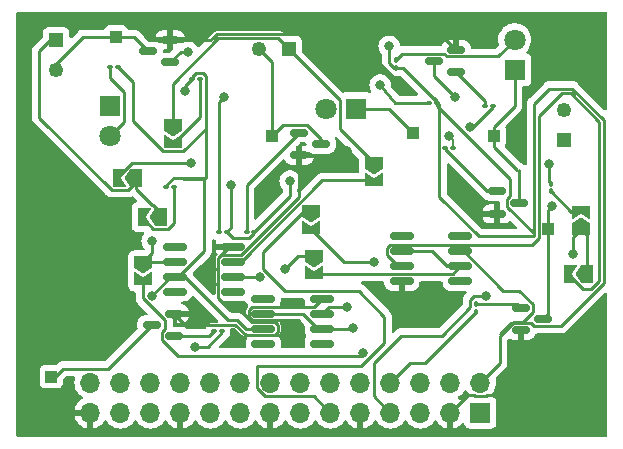
<source format=gbr>
%TF.GenerationSoftware,KiCad,Pcbnew,(7.0.0-0)*%
%TF.CreationDate,2024-03-24T23:26:04+02:00*%
%TF.ProjectId,MicroMouse Sensor ,4d696372-6f4d-46f7-9573-652053656e73,rev?*%
%TF.SameCoordinates,Original*%
%TF.FileFunction,Copper,L1,Top*%
%TF.FilePolarity,Positive*%
%FSLAX46Y46*%
G04 Gerber Fmt 4.6, Leading zero omitted, Abs format (unit mm)*
G04 Created by KiCad (PCBNEW (7.0.0-0)) date 2024-03-24 23:26:04*
%MOMM*%
%LPD*%
G01*
G04 APERTURE LIST*
G04 Aperture macros list*
%AMRoundRect*
0 Rectangle with rounded corners*
0 $1 Rounding radius*
0 $2 $3 $4 $5 $6 $7 $8 $9 X,Y pos of 4 corners*
0 Add a 4 corners polygon primitive as box body*
4,1,4,$2,$3,$4,$5,$6,$7,$8,$9,$2,$3,0*
0 Add four circle primitives for the rounded corners*
1,1,$1+$1,$2,$3*
1,1,$1+$1,$4,$5*
1,1,$1+$1,$6,$7*
1,1,$1+$1,$8,$9*
0 Add four rect primitives between the rounded corners*
20,1,$1+$1,$2,$3,$4,$5,0*
20,1,$1+$1,$4,$5,$6,$7,0*
20,1,$1+$1,$6,$7,$8,$9,0*
20,1,$1+$1,$8,$9,$2,$3,0*%
%AMFreePoly0*
4,1,6,1.000000,0.000000,0.500000,-0.750000,-0.500000,-0.750000,-0.500000,0.750000,0.500000,0.750000,1.000000,0.000000,1.000000,0.000000,$1*%
%AMFreePoly1*
4,1,6,0.500000,-0.750000,-0.650000,-0.750000,-0.150000,0.000000,-0.650000,0.750000,0.500000,0.750000,0.500000,-0.750000,0.500000,-0.750000,$1*%
G04 Aperture macros list end*
%TA.AperFunction,ComponentPad*%
%ADD10C,1.250000*%
%TD*%
%TA.AperFunction,ComponentPad*%
%ADD11R,1.250000X1.250000*%
%TD*%
%TA.AperFunction,SMDPad,CuDef*%
%ADD12RoundRect,0.100000X0.100000X-0.130000X0.100000X0.130000X-0.100000X0.130000X-0.100000X-0.130000X0*%
%TD*%
%TA.AperFunction,ComponentPad*%
%ADD13R,1.000000X1.000000*%
%TD*%
%TA.AperFunction,SMDPad,CuDef*%
%ADD14RoundRect,0.100000X0.130000X0.100000X-0.130000X0.100000X-0.130000X-0.100000X0.130000X-0.100000X0*%
%TD*%
%TA.AperFunction,SMDPad,CuDef*%
%ADD15FreePoly0,180.000000*%
%TD*%
%TA.AperFunction,SMDPad,CuDef*%
%ADD16FreePoly1,180.000000*%
%TD*%
%TA.AperFunction,SMDPad,CuDef*%
%ADD17RoundRect,0.150000X0.587500X0.150000X-0.587500X0.150000X-0.587500X-0.150000X0.587500X-0.150000X0*%
%TD*%
%TA.AperFunction,SMDPad,CuDef*%
%ADD18FreePoly0,270.000000*%
%TD*%
%TA.AperFunction,SMDPad,CuDef*%
%ADD19FreePoly1,270.000000*%
%TD*%
%TA.AperFunction,SMDPad,CuDef*%
%ADD20RoundRect,0.150000X0.825000X0.150000X-0.825000X0.150000X-0.825000X-0.150000X0.825000X-0.150000X0*%
%TD*%
%TA.AperFunction,ComponentPad*%
%ADD21R,1.800000X1.800000*%
%TD*%
%TA.AperFunction,ComponentPad*%
%ADD22C,1.800000*%
%TD*%
%TA.AperFunction,SMDPad,CuDef*%
%ADD23RoundRect,0.150000X-0.587500X-0.150000X0.587500X-0.150000X0.587500X0.150000X-0.587500X0.150000X0*%
%TD*%
%TA.AperFunction,SMDPad,CuDef*%
%ADD24RoundRect,0.100000X-0.100000X0.130000X-0.100000X-0.130000X0.100000X-0.130000X0.100000X0.130000X0*%
%TD*%
%TA.AperFunction,SMDPad,CuDef*%
%ADD25FreePoly0,90.000000*%
%TD*%
%TA.AperFunction,SMDPad,CuDef*%
%ADD26FreePoly1,90.000000*%
%TD*%
%TA.AperFunction,SMDPad,CuDef*%
%ADD27RoundRect,0.150000X-0.825000X-0.150000X0.825000X-0.150000X0.825000X0.150000X-0.825000X0.150000X0*%
%TD*%
%TA.AperFunction,SMDPad,CuDef*%
%ADD28RoundRect,0.100000X-0.130000X-0.100000X0.130000X-0.100000X0.130000X0.100000X-0.130000X0.100000X0*%
%TD*%
%TA.AperFunction,ComponentPad*%
%ADD29R,1.700000X1.700000*%
%TD*%
%TA.AperFunction,ComponentPad*%
%ADD30O,1.700000X1.700000*%
%TD*%
%TA.AperFunction,ViaPad*%
%ADD31C,0.800000*%
%TD*%
%TA.AperFunction,Conductor*%
%ADD32C,0.250000*%
%TD*%
%TA.AperFunction,Conductor*%
%ADD33C,0.150000*%
%TD*%
G04 APERTURE END LIST*
D10*
%TO.P,D6_Right1,A*%
%TO.N,Net-(Q5-C)*%
X247650000Y-97068000D03*
D11*
%TO.P,D6_Right1,C*%
%TO.N,Right Sense*%
X247649999Y-99567999D03*
%TD*%
%TO.P,D6_Front1,C*%
%TO.N,Front Sense*%
X224314171Y-91896999D03*
D10*
%TO.P,D6_Front1,A*%
%TO.N,Net-(Q4-C)*%
X221814172Y-91897000D03*
%TD*%
D11*
%TO.P,D6_Left1,C*%
%TO.N,Left Sense*%
X204615671Y-91166999D03*
D10*
%TO.P,D6_Left1,A*%
%TO.N,Net-(Q6-C)*%
X204615672Y-93667000D03*
%TD*%
D12*
%TO.P,R9,1*%
%TO.N,PE15*%
X240175672Y-114144000D03*
%TO.P,R9,2*%
%TO.N,Net-(Q5-B)*%
X240175672Y-113504000D03*
%TD*%
D13*
%TO.P,TP6,1,1*%
%TO.N,Net-(Q6-C)*%
X209695671Y-90872999D03*
%TD*%
D14*
%TO.P,R3,1*%
%TO.N,+3V3*%
X236848672Y-96461000D03*
%TO.P,R3,2*%
%TO.N,Net-(D1_Front1-A)*%
X236208672Y-96461000D03*
%TD*%
D15*
%TO.P,JP6,1,A*%
%TO.N,Left Sense*%
X211399672Y-102811000D03*
D16*
%TO.P,JP6,2,B*%
%TO.N,Net-(JP6-B)*%
X209949672Y-102811000D03*
%TD*%
D17*
%TO.P,Q6,1,B*%
%TO.N,Net-(Q6-B)*%
X214267672Y-93027000D03*
%TO.P,Q6,2,E*%
%TO.N,GND*%
X214267672Y-91127000D03*
%TO.P,Q6,3,C*%
%TO.N,Net-(Q6-C)*%
X212392672Y-92077000D03*
%TD*%
D18*
%TO.P,JP18LO1,1,A*%
%TO.N,Net-(J1-Pin_11)*%
X226205672Y-105605000D03*
D19*
%TO.P,JP18LO1,2,B*%
%TO.N,Left Out*%
X226205672Y-107055000D03*
%TD*%
D20*
%TO.P,U3,1,VOS*%
%TO.N,unconnected-(U3-VOS-Pad1)*%
X227124836Y-116830500D03*
%TO.P,U3,2,-*%
%TO.N,Left Out*%
X227124836Y-115560500D03*
%TO.P,U3,3,+*%
%TO.N,Net-(JP6-B)*%
X227124836Y-114290500D03*
%TO.P,U3,4,V-*%
%TO.N,GND*%
X227124836Y-113020500D03*
%TO.P,U3,5,NC*%
%TO.N,unconnected-(U3-NC-Pad5)*%
X222174836Y-113020500D03*
%TO.P,U3,6*%
%TO.N,Left Out*%
X222174836Y-114290500D03*
%TO.P,U3,7,V+*%
%TO.N,+3V3*%
X222174836Y-115560500D03*
%TO.P,U3,8,VOS*%
%TO.N,unconnected-(U3-VOS-Pad8)*%
X222174836Y-116830500D03*
%TD*%
D21*
%TO.P,D3_Left1,1,K*%
%TO.N,Net-(D3_Left1-K)*%
X209218671Y-96734999D03*
D22*
%TO.P,D3_Left1,2,A*%
%TO.N,Net-(D3_Left1-A)*%
X209218672Y-99275000D03*
%TD*%
D14*
%TO.P,R5,1*%
%TO.N,PE15*%
X218651672Y-115765000D03*
%TO.P,R5,2*%
%TO.N,Net-(Q3-B)*%
X218011672Y-115765000D03*
%TD*%
D18*
%TO.P,JP17FO1,1,A*%
%TO.N,Front Out*%
X211981672Y-109960000D03*
D19*
%TO.P,JP17FO1,2,B*%
%TO.N,Net-(J1-Pin_5)*%
X211981672Y-111410000D03*
%TD*%
D17*
%TO.P,Q2,3,C*%
%TO.N,Net-(D1_Front1-K)*%
X236619672Y-92905000D03*
%TO.P,Q2,2,E*%
%TO.N,GND*%
X238494672Y-91955000D03*
%TO.P,Q2,1,B*%
%TO.N,Net-(Q2-B)*%
X238494672Y-93855000D03*
%TD*%
D13*
%TO.P,TP4,1,1*%
%TO.N,Net-(Q4-C)*%
X222903671Y-99254999D03*
%TD*%
D15*
%TO.P,JP11,1,A*%
%TO.N,Left Sense*%
X213468672Y-106113000D03*
D16*
%TO.P,JP11,2,B*%
%TO.N,Net-(JP11-B)*%
X212018672Y-106113000D03*
%TD*%
D23*
%TO.P,Q5,3,C*%
%TO.N,Net-(Q5-C)*%
X245860672Y-114777459D03*
%TO.P,Q5,2,E*%
%TO.N,GND*%
X243985672Y-115727459D03*
%TO.P,Q5,1,B*%
%TO.N,Net-(Q5-B)*%
X243985672Y-113827459D03*
%TD*%
D20*
%TO.P,U1,1,VOS*%
%TO.N,unconnected-(U1-VOS-Pad1)*%
X219601672Y-112463000D03*
%TO.P,U1,2,-*%
%TO.N,Front Out*%
X219601672Y-111193000D03*
%TO.P,U1,3,+*%
%TO.N,Net-(JP16-B)*%
X219601672Y-109923000D03*
%TO.P,U1,4,V-*%
%TO.N,GND*%
X219601672Y-108653000D03*
%TO.P,U1,5,NC*%
%TO.N,unconnected-(U1-NC-Pad5)*%
X214651672Y-108653000D03*
%TO.P,U1,6*%
%TO.N,Front Out*%
X214651672Y-109923000D03*
%TO.P,U1,7,V+*%
%TO.N,+3V3*%
X214651672Y-111193000D03*
%TO.P,U1,8,VOS*%
%TO.N,unconnected-(U1-VOS-Pad8)*%
X214651672Y-112463000D03*
%TD*%
D15*
%TO.P,JP3,1,A*%
%TO.N,Right Sense*%
X249573672Y-110939000D03*
D16*
%TO.P,JP3,2,B*%
%TO.N,Net-(JP3-B)*%
X248123672Y-110939000D03*
%TD*%
D13*
%TO.P,TP2,1,1*%
%TO.N,Net-(D3_Left1-K)*%
X204215999Y-119633999D03*
%TD*%
D18*
%TO.P,JP16RO1,1,A*%
%TO.N,Net-(J1-Pin_7)*%
X226459672Y-109415000D03*
D19*
%TO.P,JP16RO1,2,B*%
%TO.N,Right Out*%
X226459672Y-110865000D03*
%TD*%
D14*
%TO.P,R6,1*%
%TO.N,+3V3*%
X209827672Y-93413000D03*
%TO.P,R6,2*%
%TO.N,Net-(D3_Left1-A)*%
X209187672Y-93413000D03*
%TD*%
D13*
%TO.P,TP3,1,1*%
%TO.N,Net-(D1_Front1-K)*%
X234841671Y-99000999D03*
%TD*%
D14*
%TO.P,R2,1*%
%TO.N,PE15*%
X238209672Y-100271000D03*
%TO.P,R2,2*%
%TO.N,Net-(Q1-B)*%
X237569672Y-100271000D03*
%TD*%
D17*
%TO.P,Q3,3,C*%
%TO.N,Net-(D3_Left1-K)*%
X212743672Y-115257000D03*
%TO.P,Q3,2,E*%
%TO.N,GND*%
X214618672Y-114307000D03*
%TO.P,Q3,1,B*%
%TO.N,Net-(Q3-B)*%
X214618672Y-116207000D03*
%TD*%
D21*
%TO.P,D1_Front1,1,K*%
%TO.N,Net-(D1_Front1-K)*%
X230015671Y-96968999D03*
D22*
%TO.P,D1_Front1,2,A*%
%TO.N,Net-(D1_Front1-A)*%
X227475672Y-96969000D03*
%TD*%
D18*
%TO.P,JP15,1,A*%
%TO.N,Front Sense*%
X214521672Y-98313000D03*
D19*
%TO.P,JP15,2,B*%
%TO.N,Net-(JP15-B)*%
X214521672Y-99763000D03*
%TD*%
D14*
%TO.P,R1,2*%
%TO.N,Net-(Q2-B)*%
X240937672Y-96715000D03*
%TO.P,R1,1*%
%TO.N,PE15*%
X241577672Y-96715000D03*
%TD*%
D24*
%TO.P,R10,2*%
%TO.N,Net-(JP9-B)*%
X246525672Y-103959000D03*
%TO.P,R10,1*%
%TO.N,+3V3*%
X246525672Y-103319000D03*
%TD*%
D23*
%TO.P,Q1,1,B*%
%TO.N,Net-(Q1-B)*%
X241953672Y-103959000D03*
%TO.P,Q1,2,E*%
%TO.N,GND*%
X241953672Y-105859000D03*
%TO.P,Q1,3,C*%
%TO.N,Net-(D2_Right1-K)*%
X243828672Y-104909000D03*
%TD*%
D14*
%TO.P,R11,1*%
%TO.N,PE15*%
X219068672Y-107383000D03*
%TO.P,R11,2*%
%TO.N,Net-(Q6-B)*%
X218428672Y-107383000D03*
%TD*%
D21*
%TO.P,D2_Right1,1,K*%
%TO.N,Net-(D2_Right1-K)*%
X243446671Y-93646999D03*
D22*
%TO.P,D2_Right1,2,A*%
%TO.N,Net-(D2_Right1-A)*%
X243446672Y-91107000D03*
%TD*%
D12*
%TO.P,R4,1*%
%TO.N,+3V3*%
X233363672Y-93479000D03*
%TO.P,R4,2*%
%TO.N,Net-(D2_Right1-A)*%
X233363672Y-92839000D03*
%TD*%
D14*
%TO.P,R7,2*%
%TO.N,Net-(Q4-B)*%
X220739672Y-107383000D03*
%TO.P,R7,1*%
%TO.N,PE15*%
X221379672Y-107383000D03*
%TD*%
D18*
%TO.P,JP16,1,A*%
%TO.N,Front Sense*%
X231539672Y-101578000D03*
D19*
%TO.P,JP16,2,B*%
%TO.N,Net-(JP16-B)*%
X231539672Y-103028000D03*
%TD*%
D25*
%TO.P,JP9,1,A*%
%TO.N,Right Sense*%
X249065672Y-107129000D03*
D26*
%TO.P,JP9,2,B*%
%TO.N,Net-(JP9-B)*%
X249065672Y-105679000D03*
%TD*%
D27*
%TO.P,U2,1,VOS*%
%TO.N,unconnected-(U2-VOS-Pad1)*%
X233890672Y-107764000D03*
%TO.P,U2,2,-*%
%TO.N,Right Out*%
X233890672Y-109034000D03*
%TO.P,U2,3,+*%
%TO.N,Net-(JP3-B)*%
X233890672Y-110304000D03*
%TO.P,U2,4,V-*%
%TO.N,GND*%
X233890672Y-111574000D03*
%TO.P,U2,5,NC*%
%TO.N,unconnected-(U2-NC-Pad5)*%
X238840672Y-111574000D03*
%TO.P,U2,6*%
%TO.N,Right Out*%
X238840672Y-110304000D03*
%TO.P,U2,7,V+*%
%TO.N,+3V3*%
X238840672Y-109034000D03*
%TO.P,U2,8,VOS*%
%TO.N,unconnected-(U2-VOS-Pad8)*%
X238840672Y-107764000D03*
%TD*%
D13*
%TO.P,TP5,1,1*%
%TO.N,Net-(Q5-C)*%
X246271671Y-107128999D03*
%TD*%
D28*
%TO.P,R8,1*%
%TO.N,+3V3*%
X216142672Y-94429000D03*
%TO.P,R8,2*%
%TO.N,Net-(JP15-B)*%
X216782672Y-94429000D03*
%TD*%
D13*
%TO.P,TP1,1,1*%
%TO.N,Net-(D2_Right1-K)*%
X241699671Y-99254999D03*
%TD*%
D28*
%TO.P,R12,1*%
%TO.N,+3V3*%
X213947672Y-103573000D03*
%TO.P,R12,2*%
%TO.N,Net-(JP11-B)*%
X214587672Y-103573000D03*
%TD*%
D23*
%TO.P,Q4,1,B*%
%TO.N,Net-(Q4-B)*%
X225189672Y-99001000D03*
%TO.P,Q4,2,E*%
%TO.N,GND*%
X225189672Y-100901000D03*
%TO.P,Q4,3,C*%
%TO.N,Net-(Q4-C)*%
X227064672Y-99951000D03*
%TD*%
D29*
%TO.P,J1,1,Pin_1*%
%TO.N,/RESV3*%
X240537999Y-122681999D03*
D30*
%TO.P,J1,2,Pin_2*%
%TO.N,+3V3*%
X240537999Y-120141999D03*
%TO.P,J1,3,Pin_3*%
%TO.N,GND*%
X237997999Y-122681999D03*
%TO.P,J1,4,Pin_4*%
%TO.N,/+BATT1*%
X237997999Y-120141999D03*
%TO.P,J1,5,Pin_5*%
%TO.N,Net-(J1-Pin_5)*%
X235457999Y-122681999D03*
%TO.P,J1,6,Pin_6*%
%TO.N,/RESV2*%
X235457999Y-120141999D03*
%TO.P,J1,7,Pin_7*%
%TO.N,Net-(J1-Pin_7)*%
X232917999Y-122681999D03*
%TO.P,J1,8,Pin_8*%
%TO.N,PE15*%
X232917999Y-120141999D03*
%TO.P,J1,9,Pin_9*%
%TO.N,GND*%
X230377999Y-122681999D03*
%TO.P,J1,10,Pin_10*%
%TO.N,/PE14*%
X230377999Y-120141999D03*
%TO.P,J1,11,Pin_11*%
%TO.N,Net-(J1-Pin_11)*%
X227837999Y-122681999D03*
%TO.P,J1,12,Pin_12*%
%TO.N,/PE13*%
X227837999Y-120141999D03*
%TO.P,J1,13,Pin_13*%
%TO.N,/PA6*%
X225297999Y-122681999D03*
%TO.P,J1,14,Pin_14*%
%TO.N,/PE12*%
X225297999Y-120141999D03*
%TO.P,J1,15,Pin_15*%
%TO.N,GND*%
X222757999Y-122681999D03*
%TO.P,J1,16,Pin_16*%
%TO.N,/PE11*%
X222757999Y-120141999D03*
%TO.P,J1,17,Pin_17*%
%TO.N,/PA7*%
X220217999Y-122681999D03*
%TO.P,J1,18,Pin_18*%
%TO.N,/PE10*%
X220217999Y-120141999D03*
%TO.P,J1,19,Pin_19*%
%TO.N,/PC4*%
X217677999Y-122681999D03*
%TO.P,J1,20,Pin_20*%
%TO.N,/PE9*%
X217677999Y-120141999D03*
%TO.P,J1,21,Pin_21*%
%TO.N,GND*%
X215137999Y-122681999D03*
%TO.P,J1,22,Pin_22*%
%TO.N,/PE8*%
X215137999Y-120141999D03*
%TO.P,J1,23,Pin_23*%
%TO.N,/PC5*%
X212597999Y-122681999D03*
%TO.P,J1,24,Pin_24*%
%TO.N,/RESV1*%
X212597999Y-120141999D03*
%TO.P,J1,25,Pin_25*%
%TO.N,/AB0*%
X210057999Y-122681999D03*
%TO.P,J1,26,Pin_26*%
%TO.N,/+BATT*%
X210057999Y-120141999D03*
%TO.P,J1,27,Pin_27*%
%TO.N,GND*%
X207517999Y-122681999D03*
%TO.P,J1,28,Pin_28*%
%TO.N,+3V3*%
X207517999Y-120141999D03*
%TD*%
D31*
%TO.N,Net-(Q5-C)*%
X246634000Y-105156000D03*
%TO.N,Right Sense*%
X248412000Y-109220000D03*
%TO.N,GND*%
X240030000Y-105918000D03*
X235204000Y-114046000D03*
%TO.N,+3V3*%
X246380000Y-101600000D03*
%TO.N,PE15*%
X216408000Y-117094000D03*
X219456000Y-103378000D03*
%TO.N,Net-(J1-Pin_7)*%
X224028000Y-110490000D03*
X241046000Y-112776000D03*
%TO.N,+3V3*%
X212777515Y-112850495D03*
%TO.N,Net-(J1-Pin_5)*%
X230632000Y-117602000D03*
%TO.N,GND*%
X229253672Y-100525000D03*
X233825672Y-94937000D03*
%TO.N,+3V3*%
X232809672Y-91635000D03*
X215537672Y-95445000D03*
%TO.N,PE15*%
X224427672Y-103065000D03*
%TO.N,Front Out*%
X212743672Y-108145000D03*
X221887672Y-111193000D03*
%TO.N,Left Out*%
X229761672Y-115511000D03*
X231539672Y-109923000D03*
%TO.N,Net-(Q6-B)*%
X215791672Y-92143000D03*
X218839672Y-95953000D03*
%TO.N,Net-(JP6-B)*%
X229253672Y-113733000D03*
X216045672Y-101541000D03*
%TO.N,PE15*%
X237889672Y-99255000D03*
X239667672Y-98493000D03*
%TO.N,Net-(D1_Front1-K)*%
X238397672Y-95953000D03*
%TO.N,Net-(D1_Front1-A)*%
X232047672Y-94937000D03*
%TD*%
D32*
%TO.N,Net-(JP9-B)*%
X249065672Y-105679000D02*
X248245672Y-105679000D01*
X248245672Y-105679000D02*
X246525672Y-103959000D01*
%TO.N,Net-(JP3-B)*%
X233890672Y-110304000D02*
X233584631Y-110304000D01*
X233584631Y-110304000D02*
X232640672Y-109360041D01*
X250589672Y-98068500D02*
X250589672Y-111561910D01*
X250589672Y-111561910D02*
X249942582Y-112209000D01*
X232640672Y-109360041D02*
X232640672Y-108707959D01*
X232640672Y-108707959D02*
X232889631Y-108459000D01*
X232889631Y-108459000D02*
X244941672Y-108459000D01*
X244941672Y-108459000D02*
X245496672Y-107904000D01*
X245496672Y-107904000D02*
X245496672Y-97589500D01*
X245496672Y-97589500D02*
X247436172Y-95650000D01*
X247436172Y-95650000D02*
X248171172Y-95650000D01*
X248171172Y-95650000D02*
X250589672Y-98068500D01*
X249942582Y-112209000D02*
X249204764Y-112209000D01*
X249204764Y-112209000D02*
X248123672Y-111127908D01*
X248123672Y-111127908D02*
X248123672Y-110939000D01*
%TO.N,+3V3*%
X245096672Y-97423814D02*
X245096672Y-96533328D01*
X245096672Y-96533328D02*
X246380000Y-95250000D01*
X246380000Y-95250000D02*
X248336857Y-95250000D01*
X248336857Y-95250000D02*
X250989672Y-97902815D01*
X250989672Y-97902815D02*
X250989672Y-111727596D01*
X250989672Y-111727596D02*
X247364809Y-115352459D01*
X247364809Y-115352459D02*
X245097131Y-115352459D01*
X245097131Y-115352459D02*
X244848172Y-115103500D01*
X244848172Y-115103500D02*
X243123172Y-115103500D01*
X243123172Y-115103500D02*
X242207672Y-116019000D01*
%TO.N,Net-(Q5-C)*%
X246634000Y-105156000D02*
X246271672Y-105518328D01*
X246271672Y-105518328D02*
X246271672Y-107129000D01*
%TO.N,Right Sense*%
X248412000Y-109220000D02*
X248412000Y-107782672D01*
X248412000Y-107782672D02*
X249065672Y-107129000D01*
%TO.N,GND*%
X240089000Y-105859000D02*
X241953672Y-105859000D01*
X240030000Y-105918000D02*
X240089000Y-105859000D01*
X239971000Y-105859000D02*
X240030000Y-105918000D01*
X239921672Y-105859000D02*
X239971000Y-105859000D01*
X233890672Y-112732672D02*
X235204000Y-114046000D01*
X233890672Y-111574000D02*
X233890672Y-112732672D01*
%TO.N,+3V3*%
X246525672Y-103319000D02*
X246380000Y-103173328D01*
X246380000Y-103173328D02*
X246380000Y-101600000D01*
%TO.N,GND*%
X243985672Y-115727459D02*
X243985672Y-120845000D01*
X243985672Y-120845000D02*
X242207672Y-122623000D01*
X242207672Y-122623000D02*
X242207672Y-121303672D01*
X242207672Y-121303672D02*
X242062000Y-121158000D01*
X242062000Y-121158000D02*
X241112991Y-121158000D01*
X241112991Y-121158000D02*
X241003991Y-121267000D01*
X241003991Y-121267000D02*
X240072009Y-121267000D01*
X240072009Y-121267000D02*
X239963009Y-121158000D01*
X239963009Y-121158000D02*
X239522000Y-121158000D01*
X239522000Y-121158000D02*
X237998000Y-122682000D01*
%TO.N,Net-(J1-Pin_11)*%
X226205672Y-105605000D02*
X225615713Y-105605000D01*
X222167267Y-110518000D02*
X224027760Y-112378493D01*
X225615713Y-105605000D02*
X222167267Y-109053446D01*
X222167267Y-109053446D02*
X222167267Y-110518000D01*
X230234493Y-112378493D02*
X232410000Y-114554000D01*
X224027760Y-112378493D02*
X230234493Y-112378493D01*
%TO.N,PE15*%
X216408000Y-117094000D02*
X217443002Y-117094000D01*
X217443002Y-117094000D02*
X218651672Y-115885330D01*
X218651672Y-115885330D02*
X218651672Y-115765000D01*
%TO.N,Net-(J1-Pin_5)*%
X230632000Y-117602000D02*
X230378000Y-117856000D01*
X230378000Y-117856000D02*
X214929131Y-117856000D01*
X214929131Y-117856000D02*
X213606172Y-116533041D01*
X213606172Y-116533041D02*
X213606172Y-115880959D01*
X213606172Y-115880959D02*
X213855131Y-115632000D01*
X213855131Y-115632000D02*
X213855131Y-114882000D01*
X213855131Y-114882000D02*
X211981672Y-113008541D01*
X211981672Y-113008541D02*
X211981672Y-111410000D01*
%TO.N,PE15*%
X219456000Y-103378000D02*
X219456000Y-106995672D01*
X219456000Y-106995672D02*
X219068672Y-107383000D01*
%TO.N,Net-(J1-Pin_7)*%
X224028000Y-110490000D02*
X225103000Y-109415000D01*
X225103000Y-109415000D02*
X226459672Y-109415000D01*
X240030000Y-112776000D02*
X241046000Y-112776000D01*
X239700672Y-113757686D02*
X239700672Y-113105328D01*
X239700672Y-113105328D02*
X240030000Y-112776000D01*
X233847000Y-116165000D02*
X237293358Y-116165000D01*
X237293358Y-116165000D02*
X239700672Y-113757686D01*
X231503000Y-118509000D02*
X233847000Y-116165000D01*
X231503000Y-121267000D02*
X231503000Y-118509000D01*
X232918000Y-122682000D02*
X231503000Y-121267000D01*
%TO.N,Net-(J1-Pin_11)*%
X227838000Y-122682000D02*
X226423000Y-121267000D01*
X221633000Y-118727000D02*
X230461595Y-118727000D01*
X230461595Y-118727000D02*
X232410000Y-116778595D01*
X221633000Y-120607991D02*
X221633000Y-118727000D01*
X222292009Y-121267000D02*
X221633000Y-120607991D01*
X226423000Y-121267000D02*
X222292009Y-121267000D01*
X232410000Y-116778595D02*
X232410000Y-114554000D01*
%TO.N,+3V3*%
X217170000Y-108980713D02*
X217170000Y-102870000D01*
X214957713Y-111193000D02*
X217170000Y-108980713D01*
X214589342Y-102811000D02*
X215392000Y-102811000D01*
X217170000Y-102870000D02*
X215451000Y-102870000D01*
X215392000Y-102811000D02*
X217287672Y-102811000D01*
X214651672Y-111193000D02*
X214957713Y-111193000D01*
X215451000Y-102870000D02*
X215392000Y-102811000D01*
X212777515Y-112850495D02*
X212777515Y-112761116D01*
X214345631Y-111193000D02*
X214651672Y-111193000D01*
X212777515Y-112761116D02*
X214345631Y-111193000D01*
X242207672Y-116166918D02*
X242207672Y-118472328D01*
X242207672Y-118472328D02*
X240538000Y-120142000D01*
%TO.N,PE15*%
X232918000Y-120142000D02*
X234598000Y-118462000D01*
X234598000Y-118462000D02*
X235857672Y-118462000D01*
%TO.N,GND*%
X225189672Y-100901000D02*
X228877672Y-100901000D01*
X228877672Y-100901000D02*
X229253672Y-100525000D01*
X229485672Y-90597000D02*
X233825672Y-94937000D01*
X218201301Y-90597000D02*
X229485672Y-90597000D01*
X217874486Y-90923814D02*
X218201301Y-90597000D01*
X217671300Y-91127000D02*
X217874486Y-90923814D01*
X217874486Y-90923814D02*
X218201300Y-90597000D01*
X219347672Y-113987000D02*
X220175295Y-113987000D01*
X223175877Y-114985500D02*
X223424836Y-115234459D01*
X220175295Y-113987000D02*
X221173795Y-114985500D01*
X221173795Y-114985500D02*
X223175877Y-114985500D01*
X223424836Y-115234459D02*
X223424836Y-115886541D01*
X223424836Y-115886541D02*
X223175877Y-116135500D01*
X223175877Y-116135500D02*
X220676486Y-116135500D01*
X219295631Y-108653000D02*
X218351672Y-109596959D01*
X218351672Y-109596959D02*
X218351672Y-112991000D01*
X218351672Y-112991000D02*
X219347672Y-113987000D01*
%TO.N,+3V3*%
X214651672Y-111193000D02*
X215537672Y-111193000D01*
X215537672Y-111193000D02*
X219201672Y-114857000D01*
X219201672Y-114857000D02*
X219963672Y-114857000D01*
X219963672Y-114857000D02*
X220667172Y-115560500D01*
X220667172Y-115560500D02*
X222174836Y-115560500D01*
%TO.N,GND*%
X214618672Y-114307000D02*
X215568672Y-115257000D01*
X215568672Y-115257000D02*
X219797986Y-115257000D01*
X219797986Y-115257000D02*
X220676486Y-116135500D01*
X223938109Y-116135500D02*
X225208109Y-114865500D01*
X220676486Y-116135500D02*
X223938109Y-116135500D01*
X225208109Y-114865500D02*
X221173795Y-114865500D01*
X221173795Y-114865500D02*
X220924836Y-114616541D01*
X220924836Y-114616541D02*
X220924836Y-113964459D01*
X220924836Y-113964459D02*
X221173795Y-113715500D01*
X221173795Y-113715500D02*
X226429836Y-113715500D01*
X226429836Y-113715500D02*
X227124836Y-113020500D01*
%TO.N,+3V3*%
X232809672Y-93045330D02*
X232809672Y-91635000D01*
X233243342Y-93479000D02*
X232809672Y-93045330D01*
X233363672Y-93479000D02*
X233243342Y-93479000D01*
X233363672Y-93479000D02*
X233987002Y-93479000D01*
X215537672Y-95445000D02*
X215537672Y-95034000D01*
X215537672Y-95034000D02*
X216142672Y-94429000D01*
%TO.N,PE15*%
X224427672Y-103065000D02*
X224427672Y-104335000D01*
X224427672Y-104335000D02*
X221379672Y-107383000D01*
%TO.N,Front Out*%
X212743672Y-108145000D02*
X212743672Y-109198000D01*
X212743672Y-109198000D02*
X211981672Y-109960000D01*
X221887672Y-111193000D02*
X219601672Y-111193000D01*
%TO.N,Left Out*%
X227124836Y-115560500D02*
X229712172Y-115560500D01*
X229712172Y-115560500D02*
X229761672Y-115511000D01*
X226205672Y-107129000D02*
X228999672Y-109923000D01*
X231539672Y-109923000D02*
X228999672Y-109923000D01*
X226205672Y-107055000D02*
X226205672Y-107129000D01*
%TO.N,Net-(Q4-B)*%
X225189672Y-99001000D02*
X220739672Y-103451000D01*
X220739672Y-103451000D02*
X220739672Y-107383000D01*
%TO.N,Net-(Q6-B)*%
X215791672Y-92143000D02*
X215151672Y-92143000D01*
X215151672Y-92143000D02*
X214267672Y-93027000D01*
X218428672Y-96364000D02*
X218839672Y-95953000D01*
X218428672Y-107383000D02*
X218428672Y-96364000D01*
%TO.N,+3V3*%
X233987002Y-93479000D02*
X237064672Y-96556670D01*
X237064672Y-96556670D02*
X237064672Y-104411959D01*
X237064672Y-104411959D02*
X240391027Y-107738314D01*
X240391027Y-107738314D02*
X245096672Y-107738314D01*
X245096672Y-107738314D02*
X245096672Y-97423814D01*
%TO.N,GND*%
X220258076Y-109348000D02*
X225189672Y-104416404D01*
X225189672Y-104416404D02*
X225189672Y-100901000D01*
X219295631Y-108653000D02*
X218600631Y-109348000D01*
X218600631Y-109348000D02*
X220258076Y-109348000D01*
X219601672Y-108653000D02*
X219295631Y-108653000D01*
%TO.N,Net-(Q3-B)*%
X214618672Y-116207000D02*
X217569672Y-116207000D01*
X217569672Y-116207000D02*
X218011672Y-115765000D01*
%TO.N,Net-(D3_Left1-K)*%
X204361672Y-119829000D02*
X205232672Y-118958000D01*
X205232672Y-118958000D02*
X209042672Y-118958000D01*
X209042672Y-118958000D02*
X212743672Y-115257000D01*
%TO.N,Front Out*%
X211981672Y-109960000D02*
X214614672Y-109960000D01*
X214614672Y-109960000D02*
X214651672Y-109923000D01*
%TO.N,Net-(JP6-B)*%
X229253672Y-113733000D02*
X227682336Y-113733000D01*
X227682336Y-113733000D02*
X227124836Y-114290500D01*
X209949672Y-102622092D02*
X211030764Y-101541000D01*
X211030764Y-101541000D02*
X216045672Y-101541000D01*
X209949672Y-102811000D02*
X209949672Y-102622092D01*
%TO.N,+3V3*%
X217287672Y-97223000D02*
X217287672Y-102811000D01*
X213947672Y-103452670D02*
X214589342Y-102811000D01*
X213947672Y-103573000D02*
X213947672Y-103452670D01*
%TO.N,Net-(JP11-B)*%
X212018672Y-106113000D02*
X212018672Y-106301908D01*
X212854764Y-107138000D02*
X214082582Y-107138000D01*
X214082582Y-107138000D02*
X214587672Y-106632910D01*
X212018672Y-106301908D02*
X212854764Y-107138000D01*
X214587672Y-106632910D02*
X214587672Y-103573000D01*
%TO.N,Left Sense*%
X211399672Y-102811000D02*
X211399672Y-103753000D01*
X211399672Y-103753000D02*
X212734672Y-105088000D01*
X212734672Y-105088000D02*
X212782582Y-105088000D01*
X212782582Y-105088000D02*
X213468672Y-105774090D01*
X213468672Y-105774090D02*
X213468672Y-106113000D01*
%TO.N,+3V3*%
X217287672Y-94173670D02*
X217287672Y-97223000D01*
X217287672Y-98635910D02*
X217287672Y-97223000D01*
X211091301Y-97971539D02*
X213657762Y-100538000D01*
X213657762Y-100538000D02*
X215385582Y-100538000D01*
X209827672Y-93413000D02*
X211091301Y-94676629D01*
X211091301Y-94676629D02*
X211091301Y-97971539D01*
X215385582Y-100538000D02*
X217287672Y-98635910D01*
%TO.N,Net-(JP16-B)*%
X231539672Y-103028000D02*
X227143762Y-103028000D01*
X227143762Y-103028000D02*
X220248762Y-109923000D01*
X220248762Y-109923000D02*
X219601672Y-109923000D01*
%TO.N,+3V3*%
X216142672Y-94429000D02*
X216142672Y-94289000D01*
X216142672Y-94289000D02*
X216477672Y-93954000D01*
X216477672Y-93954000D02*
X217068002Y-93954000D01*
X217068002Y-93954000D02*
X217287672Y-94173670D01*
%TO.N,PE15*%
X241577672Y-96715000D02*
X241577672Y-96835330D01*
X241577672Y-96835330D02*
X239920002Y-98493000D01*
X239920002Y-98493000D02*
X239667672Y-98493000D01*
%TO.N,Net-(Q1-B)*%
X237569672Y-100271000D02*
X237569672Y-100391330D01*
X241137342Y-103959000D02*
X241953672Y-103959000D01*
X237569672Y-100391330D02*
X241137342Y-103959000D01*
%TO.N,PE15*%
X235857672Y-118462000D02*
X240175672Y-114144000D01*
D33*
X237889672Y-99255000D02*
X238209672Y-99575000D01*
X238209672Y-99575000D02*
X238209672Y-100271000D01*
D32*
%TO.N,Net-(D1_Front1-K)*%
X236619672Y-94175000D02*
X238397672Y-95953000D01*
X236619672Y-92905000D02*
X236619672Y-94175000D01*
X230015672Y-96969000D02*
X232809672Y-96969000D01*
X232809672Y-96969000D02*
X234841672Y-99001000D01*
%TO.N,Net-(Q2-B)*%
X238494672Y-93855000D02*
X240937672Y-96298000D01*
X240937672Y-96298000D02*
X240937672Y-96715000D01*
%TO.N,Net-(D2_Right1-K)*%
X241699672Y-99255000D02*
X241699672Y-100174000D01*
X241699672Y-100174000D02*
X243671672Y-102146000D01*
X243446672Y-96746000D02*
X241699672Y-98493000D01*
X241699672Y-98493000D02*
X241699672Y-99255000D01*
%TO.N,+3V3*%
X236848672Y-96461000D02*
X236848672Y-96716000D01*
X236848672Y-96716000D02*
X243065131Y-102932459D01*
X243065131Y-102932459D02*
X243065131Y-104334000D01*
X243065131Y-104334000D02*
X242816172Y-104582959D01*
X242816172Y-104582959D02*
X242816172Y-105235041D01*
X242816172Y-105235041D02*
X245096672Y-107515541D01*
X245096672Y-107515541D02*
X245096672Y-97423814D01*
%TO.N,Net-(D1_Front1-A)*%
X233317672Y-96461000D02*
X232047672Y-94937000D01*
X236208672Y-96461000D02*
X233317672Y-96461000D01*
%TO.N,+3V3*%
X236848672Y-96461000D02*
X236848672Y-96340670D01*
X236848672Y-96340670D02*
X233987002Y-93479000D01*
%TO.N,Right Out*%
X238840672Y-110304000D02*
X238205672Y-110939000D01*
X238205672Y-110939000D02*
X226533672Y-110939000D01*
X226533672Y-110939000D02*
X226459672Y-110865000D01*
%TO.N,+3V3*%
X238840672Y-109034000D02*
X239146713Y-109034000D01*
X239146713Y-109034000D02*
X242461672Y-112348959D01*
X242461672Y-112348959D02*
X243845713Y-112348959D01*
X243371590Y-115003000D02*
X242207672Y-116166918D01*
X243845713Y-112348959D02*
X244998172Y-113501418D01*
X244998172Y-113501418D02*
X244998172Y-114153500D01*
X244148672Y-115003000D02*
X243371590Y-115003000D01*
X244998172Y-114153500D02*
X244148672Y-115003000D01*
%TO.N,Right Out*%
X238840672Y-110304000D02*
X237690672Y-110304000D01*
X237690672Y-110304000D02*
X236420672Y-109034000D01*
X236420672Y-109034000D02*
X233890672Y-109034000D01*
%TO.N,Right Sense*%
X249573672Y-110939000D02*
X249573672Y-107637000D01*
X249573672Y-107637000D02*
X249065672Y-107129000D01*
%TO.N,Net-(Q5-B)*%
X240175672Y-113504000D02*
X243662213Y-113504000D01*
X243662213Y-113504000D02*
X243985672Y-113827459D01*
%TO.N,Net-(Q5-C)*%
X245860672Y-114777459D02*
X246271672Y-114366459D01*
X246271672Y-114366459D02*
X246271672Y-107129000D01*
%TO.N,Net-(D2_Right1-K)*%
X243828672Y-102146000D02*
X243828672Y-104909000D01*
%TO.N,Net-(D2_Right1-A)*%
X233363672Y-92839000D02*
X233921631Y-92281041D01*
X233921631Y-92281041D02*
X237482172Y-92281041D01*
X242023672Y-92530000D02*
X243446672Y-91107000D01*
X237482172Y-92281041D02*
X237731131Y-92530000D01*
X237731131Y-92530000D02*
X242023672Y-92530000D01*
%TO.N,GND*%
X214267672Y-91127000D02*
X217671300Y-91127000D01*
X238494672Y-91955000D02*
X237136672Y-90597000D01*
X237136672Y-90597000D02*
X218201300Y-90597000D01*
%TO.N,Net-(Q4-C)*%
X222903672Y-99255000D02*
X223842672Y-98316000D01*
X223842672Y-98316000D02*
X225843213Y-98316000D01*
X225843213Y-98316000D02*
X227064672Y-99537459D01*
X227064672Y-99537459D02*
X227064672Y-99951000D01*
%TO.N,Front Sense*%
X224314172Y-91897000D02*
X223414172Y-90997000D01*
X218366986Y-90997000D02*
X214521672Y-94842314D01*
X214521672Y-94842314D02*
X214521672Y-98313000D01*
X223414172Y-90997000D02*
X218366986Y-90997000D01*
X224314172Y-91897000D02*
X228650672Y-96233500D01*
X228650672Y-96233500D02*
X228650672Y-98689000D01*
X228650672Y-98689000D02*
X231539672Y-101578000D01*
%TO.N,Net-(Q4-C)*%
X221814172Y-91897000D02*
X222903672Y-92986500D01*
X222903672Y-92986500D02*
X222903672Y-99255000D01*
%TO.N,Left Sense*%
X204107672Y-91167000D02*
X203207672Y-92067000D01*
X203207672Y-92067000D02*
X203207672Y-97707910D01*
X203207672Y-97707910D02*
X209335762Y-103836000D01*
X209335762Y-103836000D02*
X210713582Y-103836000D01*
X210713582Y-103836000D02*
X211399672Y-103149910D01*
X211399672Y-103149910D02*
X211399672Y-102811000D01*
%TO.N,Net-(D3_Left1-A)*%
X209187672Y-93413000D02*
X209187672Y-94354000D01*
X209187672Y-94354000D02*
X210393672Y-95560000D01*
X210393672Y-95560000D02*
X210393672Y-98100000D01*
X210393672Y-98100000D02*
X209218672Y-99275000D01*
%TO.N,Net-(Q6-C)*%
X209695672Y-90873000D02*
X211188672Y-90873000D01*
X211188672Y-90873000D02*
X212392672Y-92077000D01*
X204107672Y-93667000D02*
X206901672Y-90873000D01*
X206901672Y-90873000D02*
X209695672Y-90873000D01*
%TO.N,Net-(D2_Right1-K)*%
X243446672Y-93647000D02*
X243446672Y-96746000D01*
%TO.N,+3V3*%
X236848672Y-96461000D02*
X236873672Y-96486000D01*
%TO.N,PE15*%
X219576672Y-107891000D02*
X219068672Y-107383000D01*
X220992002Y-107891000D02*
X219576672Y-107891000D01*
X221379672Y-107503330D02*
X220992002Y-107891000D01*
%TO.N,Left Out*%
X227124836Y-115560500D02*
X226818795Y-115560500D01*
X225548795Y-114290500D02*
X222174836Y-114290500D01*
X226818795Y-115560500D02*
X225548795Y-114290500D01*
%TO.N,Net-(JP15-B)*%
X214521672Y-99763000D02*
X214710580Y-99763000D01*
X216782672Y-97690908D02*
X216782672Y-94429000D01*
X214710580Y-99763000D02*
X216782672Y-97690908D01*
%TD*%
%TA.AperFunction,Conductor*%
%TO.N,GND*%
G36*
X251187172Y-88748113D02*
G01*
X251232559Y-88793500D01*
X251249172Y-88855500D01*
X251249172Y-96978363D01*
X251235657Y-97034658D01*
X251198057Y-97078681D01*
X251144570Y-97100836D01*
X251086854Y-97096294D01*
X251037491Y-97066044D01*
X250029788Y-96058341D01*
X248834143Y-94862695D01*
X248826699Y-94854514D01*
X248822643Y-94848123D01*
X248773632Y-94802098D01*
X248770835Y-94799387D01*
X248754084Y-94782636D01*
X248754084Y-94782635D01*
X248751328Y-94779880D01*
X248748147Y-94777412D01*
X248739271Y-94769830D01*
X248713126Y-94745278D01*
X248713124Y-94745276D01*
X248707439Y-94739938D01*
X248700606Y-94736182D01*
X248700600Y-94736177D01*
X248689882Y-94730285D01*
X248673623Y-94719606D01*
X248663952Y-94712104D01*
X248663949Y-94712102D01*
X248657793Y-94707327D01*
X248650636Y-94704229D01*
X248650633Y-94704228D01*
X248617706Y-94689978D01*
X248607220Y-94684841D01*
X248575789Y-94667562D01*
X248575780Y-94667558D01*
X248568949Y-94663803D01*
X248561392Y-94661862D01*
X248561388Y-94661861D01*
X248549545Y-94658820D01*
X248531141Y-94652519D01*
X248519914Y-94647660D01*
X248519907Y-94647658D01*
X248512753Y-94644562D01*
X248505049Y-94643341D01*
X248505047Y-94643341D01*
X248469616Y-94637729D01*
X248458181Y-94635361D01*
X248423428Y-94626438D01*
X248423420Y-94626437D01*
X248415876Y-94624500D01*
X248408080Y-94624500D01*
X248395840Y-94624500D01*
X248376454Y-94622974D01*
X248356661Y-94619840D01*
X248348895Y-94620574D01*
X248348892Y-94620574D01*
X248313181Y-94623950D01*
X248301512Y-94624500D01*
X246457775Y-94624500D01*
X246446719Y-94623978D01*
X246439333Y-94622327D01*
X246431545Y-94622571D01*
X246431538Y-94622571D01*
X246372127Y-94624439D01*
X246368232Y-94624500D01*
X246340650Y-94624500D01*
X246336805Y-94624985D01*
X246336780Y-94624987D01*
X246336653Y-94625004D01*
X246325034Y-94625918D01*
X246289172Y-94627045D01*
X246289165Y-94627046D01*
X246281373Y-94627291D01*
X246273888Y-94629465D01*
X246273872Y-94629468D01*
X246262126Y-94632881D01*
X246243083Y-94636825D01*
X246230949Y-94638358D01*
X246230948Y-94638358D01*
X246223208Y-94639336D01*
X246215958Y-94642205D01*
X246215951Y-94642208D01*
X246182598Y-94655413D01*
X246171554Y-94659194D01*
X246137101Y-94669204D01*
X246137090Y-94669208D01*
X246129610Y-94671382D01*
X246122898Y-94675351D01*
X246122896Y-94675352D01*
X246112364Y-94681580D01*
X246094904Y-94690134D01*
X246083519Y-94694642D01*
X246083513Y-94694644D01*
X246076268Y-94697514D01*
X246069963Y-94702094D01*
X246069955Y-94702099D01*
X246040932Y-94723185D01*
X246031174Y-94729595D01*
X246000296Y-94747857D01*
X246000290Y-94747861D01*
X245993580Y-94751830D01*
X245988067Y-94757341D01*
X245988060Y-94757348D01*
X245979410Y-94765998D01*
X245964627Y-94778624D01*
X245954726Y-94785817D01*
X245954716Y-94785826D01*
X245948413Y-94790406D01*
X245943444Y-94796411D01*
X245943441Y-94796415D01*
X245920572Y-94824059D01*
X245912711Y-94832697D01*
X244709368Y-96036039D01*
X244701183Y-96043487D01*
X244694795Y-96047542D01*
X244689460Y-96053222D01*
X244689455Y-96053227D01*
X244648768Y-96096553D01*
X244646064Y-96099344D01*
X244629300Y-96116108D01*
X244629293Y-96116115D01*
X244626552Y-96118857D01*
X244624172Y-96121924D01*
X244624161Y-96121937D01*
X244624072Y-96122053D01*
X244616514Y-96130898D01*
X244591952Y-96157055D01*
X244591945Y-96157064D01*
X244586610Y-96162746D01*
X244582854Y-96169577D01*
X244582851Y-96169582D01*
X244576957Y-96180303D01*
X244566281Y-96196555D01*
X244558781Y-96206224D01*
X244558773Y-96206235D01*
X244553999Y-96212392D01*
X244550906Y-96219536D01*
X244550901Y-96219547D01*
X244536646Y-96252488D01*
X244531510Y-96262971D01*
X244514232Y-96294401D01*
X244510475Y-96301236D01*
X244508536Y-96308784D01*
X244508535Y-96308789D01*
X244505494Y-96320635D01*
X244499193Y-96339039D01*
X244494330Y-96350276D01*
X244494328Y-96350280D01*
X244491234Y-96357432D01*
X244490014Y-96365131D01*
X244490014Y-96365133D01*
X244484401Y-96400569D01*
X244482033Y-96412004D01*
X244473110Y-96446756D01*
X244473108Y-96446764D01*
X244471172Y-96454309D01*
X244471172Y-96462105D01*
X244471172Y-96474345D01*
X244469646Y-96493730D01*
X244466512Y-96513524D01*
X244467246Y-96521289D01*
X244467246Y-96521292D01*
X244470622Y-96557004D01*
X244471172Y-96568673D01*
X244471172Y-101602213D01*
X244451869Y-101668655D01*
X244399969Y-101714411D01*
X244331631Y-101725235D01*
X244268132Y-101697757D01*
X244252317Y-101684674D01*
X244166495Y-101613676D01*
X244159435Y-101610354D01*
X244159434Y-101610353D01*
X244030559Y-101549708D01*
X244030554Y-101549706D01*
X244023498Y-101546386D01*
X244015836Y-101544924D01*
X244015832Y-101544923D01*
X243978360Y-101537775D01*
X243943573Y-101525559D01*
X243913916Y-101503653D01*
X242618463Y-100208200D01*
X242588032Y-100158274D01*
X242583861Y-100099954D01*
X242606877Y-100046209D01*
X242643468Y-99997331D01*
X242693763Y-99862483D01*
X242700172Y-99802873D01*
X242700171Y-98707128D01*
X242693763Y-98647517D01*
X242649889Y-98529884D01*
X242644905Y-98460192D01*
X242678388Y-98398872D01*
X243833983Y-97243278D01*
X243842153Y-97235844D01*
X243848549Y-97231786D01*
X243894590Y-97182756D01*
X243897207Y-97180054D01*
X243916792Y-97160471D01*
X243919257Y-97157292D01*
X243926839Y-97148416D01*
X243928070Y-97147105D01*
X243956734Y-97116582D01*
X243966385Y-97099023D01*
X243977062Y-97082770D01*
X243989345Y-97066936D01*
X244006690Y-97026852D01*
X244011823Y-97016371D01*
X244032869Y-96978092D01*
X244037851Y-96958684D01*
X244044154Y-96940276D01*
X244052109Y-96921896D01*
X244058943Y-96878744D01*
X244061305Y-96867338D01*
X244072172Y-96825019D01*
X244072172Y-96804983D01*
X244073699Y-96785585D01*
X244075611Y-96773513D01*
X244075610Y-96773513D01*
X244076832Y-96765804D01*
X244072722Y-96722324D01*
X244072172Y-96710655D01*
X244072172Y-95171499D01*
X244088785Y-95109499D01*
X244134172Y-95064112D01*
X244196172Y-95047499D01*
X244391233Y-95047499D01*
X244394544Y-95047499D01*
X244454155Y-95041091D01*
X244589003Y-94990796D01*
X244704218Y-94904546D01*
X244790468Y-94789331D01*
X244840763Y-94654483D01*
X244847172Y-94594873D01*
X244847171Y-92699128D01*
X244840763Y-92639517D01*
X244790468Y-92504669D01*
X244704218Y-92389454D01*
X244642982Y-92343613D01*
X244596103Y-92308519D01*
X244596102Y-92308518D01*
X244589003Y-92303204D01*
X244535823Y-92283369D01*
X244508766Y-92273277D01*
X244459231Y-92239261D01*
X244431504Y-92185951D01*
X244432097Y-92125865D01*
X244460868Y-92073114D01*
X244555651Y-91970153D01*
X244682596Y-91775849D01*
X244775829Y-91563300D01*
X244832806Y-91338305D01*
X244851972Y-91107000D01*
X244832806Y-90875695D01*
X244775829Y-90650700D01*
X244682596Y-90438151D01*
X244569606Y-90265207D01*
X244558452Y-90248134D01*
X244558450Y-90248132D01*
X244555651Y-90243847D01*
X244398456Y-90073087D01*
X244369590Y-90050620D01*
X244219344Y-89933679D01*
X244219343Y-89933678D01*
X244215298Y-89930530D01*
X244161169Y-89901237D01*
X244015679Y-89822501D01*
X244015674Y-89822499D01*
X244011175Y-89820064D01*
X244006329Y-89818400D01*
X244006326Y-89818399D01*
X243796506Y-89746368D01*
X243796505Y-89746367D01*
X243791653Y-89744702D01*
X243786603Y-89743859D01*
X243786594Y-89743857D01*
X243567783Y-89707344D01*
X243567774Y-89707343D01*
X243562721Y-89706500D01*
X243330623Y-89706500D01*
X243325570Y-89707343D01*
X243325560Y-89707344D01*
X243106749Y-89743857D01*
X243106737Y-89743859D01*
X243101691Y-89744702D01*
X243096841Y-89746366D01*
X243096837Y-89746368D01*
X242887017Y-89818399D01*
X242887009Y-89818402D01*
X242882169Y-89820064D01*
X242877673Y-89822496D01*
X242877664Y-89822501D01*
X242682554Y-89928090D01*
X242682550Y-89928092D01*
X242678046Y-89930530D01*
X242674006Y-89933674D01*
X242673999Y-89933679D01*
X242498935Y-90069936D01*
X242498927Y-90069943D01*
X242494888Y-90073087D01*
X242491418Y-90076855D01*
X242491414Y-90076860D01*
X242341163Y-90240077D01*
X242341160Y-90240080D01*
X242337693Y-90243847D01*
X242334898Y-90248124D01*
X242334891Y-90248134D01*
X242213756Y-90433547D01*
X242210748Y-90438151D01*
X242208693Y-90442835D01*
X242208688Y-90442845D01*
X242119575Y-90646003D01*
X242117515Y-90650700D01*
X242116257Y-90655665D01*
X242116256Y-90655670D01*
X242061797Y-90870720D01*
X242061795Y-90870729D01*
X242060538Y-90875695D01*
X242060114Y-90880802D01*
X242060113Y-90880813D01*
X242047091Y-91037980D01*
X242041372Y-91107000D01*
X242041796Y-91112117D01*
X242060113Y-91333186D01*
X242060114Y-91333195D01*
X242060538Y-91338305D01*
X242061795Y-91343270D01*
X242061797Y-91343280D01*
X242097847Y-91485637D01*
X242097192Y-91548995D01*
X242065322Y-91603758D01*
X241800900Y-91868181D01*
X241760672Y-91895061D01*
X241713219Y-91904500D01*
X239856172Y-91904500D01*
X239794172Y-91887887D01*
X239748785Y-91842500D01*
X239732172Y-91780500D01*
X239732172Y-91741803D01*
X239731980Y-91736923D01*
X239729769Y-91708826D01*
X239727502Y-91696416D01*
X239685630Y-91552294D01*
X239679482Y-91538087D01*
X239603827Y-91410161D01*
X239594336Y-91397925D01*
X239489246Y-91292835D01*
X239477010Y-91283344D01*
X239349084Y-91207689D01*
X239334877Y-91201541D01*
X239190751Y-91159668D01*
X239178345Y-91157402D01*
X239150248Y-91155191D01*
X239145369Y-91155000D01*
X238760998Y-91155000D01*
X238748122Y-91158450D01*
X238744672Y-91171326D01*
X238744672Y-91780500D01*
X238728059Y-91842500D01*
X238682672Y-91887887D01*
X238620672Y-91904500D01*
X238368672Y-91904500D01*
X238306672Y-91887887D01*
X238261285Y-91842500D01*
X238244672Y-91780500D01*
X238244672Y-91171326D01*
X238241221Y-91158450D01*
X238228346Y-91155000D01*
X237843975Y-91155000D01*
X237839095Y-91155191D01*
X237810998Y-91157402D01*
X237798592Y-91159668D01*
X237654466Y-91201541D01*
X237640259Y-91207689D01*
X237512333Y-91283344D01*
X237500097Y-91292835D01*
X237395007Y-91397925D01*
X237385516Y-91410161D01*
X237309861Y-91538087D01*
X237303715Y-91552289D01*
X237299693Y-91566135D01*
X237274484Y-91612565D01*
X237232235Y-91644286D01*
X237180616Y-91655541D01*
X233999402Y-91655541D01*
X233988349Y-91655020D01*
X233980963Y-91653369D01*
X233973165Y-91653614D01*
X233913775Y-91655480D01*
X233909881Y-91655541D01*
X233882281Y-91655541D01*
X233878430Y-91656027D01*
X233878399Y-91656029D01*
X233878271Y-91656046D01*
X233866659Y-91656959D01*
X233833104Y-91658014D01*
X233773299Y-91644756D01*
X233727138Y-91604487D01*
X233705887Y-91547037D01*
X233695346Y-91446744D01*
X233636851Y-91266716D01*
X233542205Y-91102784D01*
X233420375Y-90967479D01*
X233419892Y-90966942D01*
X233419891Y-90966941D01*
X233415543Y-90962112D01*
X233410285Y-90958292D01*
X233410283Y-90958290D01*
X233267660Y-90854669D01*
X233267659Y-90854668D01*
X233262402Y-90850849D01*
X233223479Y-90833519D01*
X233095417Y-90776501D01*
X233095412Y-90776499D01*
X233089475Y-90773856D01*
X233083116Y-90772504D01*
X233083112Y-90772503D01*
X232910680Y-90735852D01*
X232910677Y-90735851D01*
X232904318Y-90734500D01*
X232715026Y-90734500D01*
X232708667Y-90735851D01*
X232708663Y-90735852D01*
X232536231Y-90772503D01*
X232536224Y-90772505D01*
X232529869Y-90773856D01*
X232523934Y-90776498D01*
X232523926Y-90776501D01*
X232362879Y-90848205D01*
X232362874Y-90848207D01*
X232356942Y-90850849D01*
X232351688Y-90854665D01*
X232351683Y-90854669D01*
X232209060Y-90958290D01*
X232209053Y-90958295D01*
X232203801Y-90962112D01*
X232199456Y-90966937D01*
X232199451Y-90966942D01*
X232081485Y-91097956D01*
X232081480Y-91097962D01*
X232077139Y-91102784D01*
X232073894Y-91108404D01*
X232073890Y-91108410D01*
X231985741Y-91261089D01*
X231985738Y-91261094D01*
X231982493Y-91266716D01*
X231980487Y-91272888D01*
X231980485Y-91272894D01*
X231926005Y-91440564D01*
X231926003Y-91440573D01*
X231923998Y-91446744D01*
X231923320Y-91453194D01*
X231923318Y-91453204D01*
X231907153Y-91607018D01*
X231904212Y-91635000D01*
X231904891Y-91641460D01*
X231923318Y-91816795D01*
X231923319Y-91816803D01*
X231923998Y-91823256D01*
X231926003Y-91829428D01*
X231926005Y-91829435D01*
X231980054Y-91995777D01*
X231982493Y-92003284D01*
X231985740Y-92008908D01*
X231985741Y-92008910D01*
X232044226Y-92110210D01*
X232077139Y-92167216D01*
X232081483Y-92172041D01*
X232081485Y-92172043D01*
X232152322Y-92250715D01*
X232175936Y-92289249D01*
X232184172Y-92333687D01*
X232184172Y-92967555D01*
X232183650Y-92978610D01*
X232181999Y-92985997D01*
X232182243Y-92993783D01*
X232182243Y-92993791D01*
X232184111Y-93053203D01*
X232184172Y-93057098D01*
X232184172Y-93084680D01*
X232184660Y-93088549D01*
X232184661Y-93088555D01*
X232184676Y-93088673D01*
X232185590Y-93100296D01*
X232186717Y-93136160D01*
X232186718Y-93136167D01*
X232186963Y-93143957D01*
X232189139Y-93151449D01*
X232189140Y-93151451D01*
X232192551Y-93163192D01*
X232196497Y-93182245D01*
X232197087Y-93186919D01*
X232199008Y-93202122D01*
X232201878Y-93209372D01*
X232201880Y-93209378D01*
X232215086Y-93242734D01*
X232218869Y-93253781D01*
X232231054Y-93295720D01*
X232235025Y-93302435D01*
X232235026Y-93302437D01*
X232241253Y-93312967D01*
X232249808Y-93330429D01*
X232254314Y-93341810D01*
X232254315Y-93341813D01*
X232257186Y-93349062D01*
X232262604Y-93356519D01*
X232282853Y-93384390D01*
X232289265Y-93394152D01*
X232307528Y-93425032D01*
X232307531Y-93425037D01*
X232311502Y-93431750D01*
X232317017Y-93437265D01*
X232325662Y-93445910D01*
X232338298Y-93460704D01*
X232345491Y-93470605D01*
X232345495Y-93470609D01*
X232350078Y-93476917D01*
X232356087Y-93481888D01*
X232356090Y-93481891D01*
X232383730Y-93504757D01*
X232392370Y-93512619D01*
X232684601Y-93804850D01*
X232711481Y-93845077D01*
X232739136Y-93911841D01*
X232754683Y-93932102D01*
X232819733Y-94016878D01*
X232835390Y-94037282D01*
X232960831Y-94133536D01*
X233106910Y-94194044D01*
X233224311Y-94209500D01*
X233503032Y-94209499D01*
X233620434Y-94194044D01*
X233683204Y-94168043D01*
X233730654Y-94158605D01*
X233778107Y-94168044D01*
X233818336Y-94194924D01*
X235247231Y-95623819D01*
X235277481Y-95673182D01*
X235282023Y-95730898D01*
X235259868Y-95784385D01*
X235215845Y-95821985D01*
X235159550Y-95835500D01*
X233668719Y-95835500D01*
X233616124Y-95823793D01*
X233573460Y-95790883D01*
X233556346Y-95770346D01*
X232976449Y-95074470D01*
X232953066Y-95031141D01*
X232948389Y-94982125D01*
X232952453Y-94943466D01*
X232952453Y-94943460D01*
X232953132Y-94937000D01*
X232933346Y-94748744D01*
X232874851Y-94568716D01*
X232780205Y-94404784D01*
X232774378Y-94398313D01*
X232657892Y-94268942D01*
X232657891Y-94268941D01*
X232653543Y-94264112D01*
X232648285Y-94260292D01*
X232648283Y-94260290D01*
X232505660Y-94156669D01*
X232505659Y-94156668D01*
X232500402Y-94152849D01*
X232464008Y-94136645D01*
X232333417Y-94078501D01*
X232333412Y-94078499D01*
X232327475Y-94075856D01*
X232321116Y-94074504D01*
X232321112Y-94074503D01*
X232148680Y-94037852D01*
X232148677Y-94037851D01*
X232142318Y-94036500D01*
X231953026Y-94036500D01*
X231946667Y-94037851D01*
X231946663Y-94037852D01*
X231774231Y-94074503D01*
X231774224Y-94074505D01*
X231767869Y-94075856D01*
X231761934Y-94078498D01*
X231761926Y-94078501D01*
X231600879Y-94150205D01*
X231600874Y-94150207D01*
X231594942Y-94152849D01*
X231589688Y-94156665D01*
X231589683Y-94156669D01*
X231447060Y-94260290D01*
X231447053Y-94260295D01*
X231441801Y-94264112D01*
X231437456Y-94268937D01*
X231437451Y-94268942D01*
X231319485Y-94399956D01*
X231319480Y-94399962D01*
X231315139Y-94404784D01*
X231311894Y-94410404D01*
X231311890Y-94410410D01*
X231223741Y-94563089D01*
X231223738Y-94563094D01*
X231220493Y-94568716D01*
X231218487Y-94574888D01*
X231218485Y-94574894D01*
X231164005Y-94742564D01*
X231164003Y-94742573D01*
X231161998Y-94748744D01*
X231161320Y-94755194D01*
X231161318Y-94755204D01*
X231149675Y-94865990D01*
X231142212Y-94937000D01*
X231142891Y-94943460D01*
X231161318Y-95118795D01*
X231161319Y-95118803D01*
X231161998Y-95125256D01*
X231164003Y-95131428D01*
X231164005Y-95131435D01*
X231213883Y-95284942D01*
X231220493Y-95305284D01*
X231223740Y-95310908D01*
X231223741Y-95310910D01*
X231300569Y-95443980D01*
X231317113Y-95501849D01*
X231304460Y-95560691D01*
X231265590Y-95606644D01*
X231209661Y-95628880D01*
X231149850Y-95622162D01*
X231030427Y-95577621D01*
X231030424Y-95577620D01*
X231023155Y-95574909D01*
X231015442Y-95574079D01*
X231015439Y-95574079D01*
X230966852Y-95568855D01*
X230966841Y-95568854D01*
X230963545Y-95568500D01*
X230960222Y-95568500D01*
X229071111Y-95568500D01*
X229071092Y-95568500D01*
X229067800Y-95568501D01*
X229064522Y-95568853D01*
X229064510Y-95568854D01*
X229015903Y-95574079D01*
X229015897Y-95574080D01*
X229008189Y-95574909D01*
X229000924Y-95577618D01*
X229000918Y-95577620D01*
X228987064Y-95582788D01*
X228917372Y-95587772D01*
X228856050Y-95554287D01*
X225475990Y-92174227D01*
X225449110Y-92133999D01*
X225439671Y-92086546D01*
X225439671Y-91227439D01*
X225439671Y-91224128D01*
X225433263Y-91164517D01*
X225382968Y-91029669D01*
X225296718Y-90914454D01*
X225272065Y-90895999D01*
X225188603Y-90833519D01*
X225188602Y-90833518D01*
X225181503Y-90828204D01*
X225046655Y-90777909D01*
X225038942Y-90777079D01*
X225038939Y-90777079D01*
X224990352Y-90771855D01*
X224990341Y-90771854D01*
X224987045Y-90771500D01*
X224983723Y-90771500D01*
X224124625Y-90771500D01*
X224077172Y-90762061D01*
X224036944Y-90735181D01*
X223911458Y-90609695D01*
X223904014Y-90601514D01*
X223899958Y-90595123D01*
X223850947Y-90549098D01*
X223848150Y-90546387D01*
X223831399Y-90529636D01*
X223828643Y-90526880D01*
X223825462Y-90524412D01*
X223816586Y-90516830D01*
X223790441Y-90492278D01*
X223790439Y-90492276D01*
X223784754Y-90486938D01*
X223777921Y-90483182D01*
X223777915Y-90483177D01*
X223767197Y-90477285D01*
X223750938Y-90466606D01*
X223741267Y-90459104D01*
X223741264Y-90459102D01*
X223735108Y-90454327D01*
X223727951Y-90451229D01*
X223727948Y-90451228D01*
X223695021Y-90436978D01*
X223684535Y-90431841D01*
X223653104Y-90414562D01*
X223653095Y-90414558D01*
X223646264Y-90410803D01*
X223638707Y-90408862D01*
X223638703Y-90408861D01*
X223626860Y-90405820D01*
X223608456Y-90399519D01*
X223597229Y-90394660D01*
X223597222Y-90394658D01*
X223590068Y-90391562D01*
X223582364Y-90390341D01*
X223582362Y-90390341D01*
X223546931Y-90384729D01*
X223535496Y-90382361D01*
X223500743Y-90373438D01*
X223500735Y-90373437D01*
X223493191Y-90371500D01*
X223485395Y-90371500D01*
X223473155Y-90371500D01*
X223453769Y-90369974D01*
X223433976Y-90366840D01*
X223426210Y-90367574D01*
X223426207Y-90367574D01*
X223390496Y-90370950D01*
X223378827Y-90371500D01*
X218444757Y-90371500D01*
X218433704Y-90370979D01*
X218426318Y-90369328D01*
X218418520Y-90369573D01*
X218359130Y-90371439D01*
X218355236Y-90371500D01*
X218327636Y-90371500D01*
X218323785Y-90371986D01*
X218323754Y-90371988D01*
X218323626Y-90372005D01*
X218312015Y-90372918D01*
X218276158Y-90374045D01*
X218276151Y-90374046D01*
X218268359Y-90374291D01*
X218260874Y-90376465D01*
X218260858Y-90376468D01*
X218249112Y-90379881D01*
X218230069Y-90383825D01*
X218217935Y-90385358D01*
X218217934Y-90385358D01*
X218210194Y-90386336D01*
X218202944Y-90389205D01*
X218202937Y-90389208D01*
X218169584Y-90402413D01*
X218158540Y-90406194D01*
X218124091Y-90416203D01*
X218124081Y-90416207D01*
X218116596Y-90418382D01*
X218109886Y-90422349D01*
X218109884Y-90422351D01*
X218107480Y-90423773D01*
X218099346Y-90428583D01*
X218081886Y-90437136D01*
X218063254Y-90444514D01*
X218056951Y-90449092D01*
X218056944Y-90449097D01*
X218027925Y-90470181D01*
X218018165Y-90476592D01*
X217987280Y-90494857D01*
X217987270Y-90494864D01*
X217980565Y-90498830D01*
X217975049Y-90504345D01*
X217975046Y-90504348D01*
X217966393Y-90513000D01*
X217951610Y-90525626D01*
X217941713Y-90532817D01*
X217941706Y-90532823D01*
X217935399Y-90537406D01*
X217930432Y-90543408D01*
X217930421Y-90543420D01*
X217907556Y-90571059D01*
X217899696Y-90579697D01*
X216764534Y-91714859D01*
X216716712Y-91744597D01*
X216660668Y-91750117D01*
X216607962Y-91730280D01*
X216569466Y-91689178D01*
X216530929Y-91622431D01*
X216524205Y-91610784D01*
X216492775Y-91575878D01*
X216401892Y-91474942D01*
X216401891Y-91474941D01*
X216397543Y-91470112D01*
X216392285Y-91466292D01*
X216392283Y-91466290D01*
X216249660Y-91362669D01*
X216249659Y-91362668D01*
X216244402Y-91358849D01*
X216209432Y-91343279D01*
X216077417Y-91284501D01*
X216077412Y-91284499D01*
X216071475Y-91281856D01*
X216065116Y-91280504D01*
X216065112Y-91280503D01*
X215892680Y-91243852D01*
X215892677Y-91243851D01*
X215886318Y-91242500D01*
X215697026Y-91242500D01*
X215690667Y-91243851D01*
X215690663Y-91243852D01*
X215518231Y-91280503D01*
X215518224Y-91280505D01*
X215511869Y-91281856D01*
X215505934Y-91284498D01*
X215505926Y-91284501D01*
X215344880Y-91356205D01*
X215338942Y-91358849D01*
X215336348Y-91360733D01*
X215275636Y-91377000D01*
X214533998Y-91377000D01*
X214521122Y-91380450D01*
X214517672Y-91393326D01*
X214517672Y-91841047D01*
X214508233Y-91888500D01*
X214481353Y-91928728D01*
X214219900Y-92190181D01*
X214179672Y-92217061D01*
X214132219Y-92226500D01*
X213754672Y-92226500D01*
X213692672Y-92209887D01*
X213647285Y-92164500D01*
X213630672Y-92102500D01*
X213630672Y-92051000D01*
X213647285Y-91989000D01*
X213692672Y-91943613D01*
X213754672Y-91927000D01*
X214001346Y-91927000D01*
X214014221Y-91923549D01*
X214017672Y-91910674D01*
X214017672Y-91393326D01*
X214014221Y-91380450D01*
X214001346Y-91377000D01*
X213361987Y-91377000D01*
X213298866Y-91359732D01*
X213247285Y-91329227D01*
X213247283Y-91329226D01*
X213240570Y-91325256D01*
X213233077Y-91323079D01*
X213088829Y-91281170D01*
X213088822Y-91281168D01*
X213082741Y-91279402D01*
X213076430Y-91278905D01*
X213076423Y-91278904D01*
X213048300Y-91276691D01*
X213048286Y-91276690D01*
X213045866Y-91276500D01*
X213043421Y-91276500D01*
X212528125Y-91276500D01*
X212480672Y-91267061D01*
X212440444Y-91240181D01*
X212066486Y-90866223D01*
X213035479Y-90866223D01*
X213036885Y-90873293D01*
X213050028Y-90877000D01*
X214001346Y-90877000D01*
X214014221Y-90873549D01*
X214017672Y-90860674D01*
X214517672Y-90860674D01*
X214521122Y-90873549D01*
X214533998Y-90877000D01*
X215485316Y-90877000D01*
X215498458Y-90873293D01*
X215499864Y-90866223D01*
X215458630Y-90724294D01*
X215452482Y-90710087D01*
X215376827Y-90582161D01*
X215367336Y-90569925D01*
X215262246Y-90464835D01*
X215250010Y-90455344D01*
X215122084Y-90379689D01*
X215107877Y-90373541D01*
X214963751Y-90331668D01*
X214951345Y-90329402D01*
X214923248Y-90327191D01*
X214918369Y-90327000D01*
X214533998Y-90327000D01*
X214521122Y-90330450D01*
X214517672Y-90343326D01*
X214517672Y-90860674D01*
X214017672Y-90860674D01*
X214017672Y-90343326D01*
X214014221Y-90330450D01*
X214001346Y-90327000D01*
X213616975Y-90327000D01*
X213612095Y-90327191D01*
X213583998Y-90329402D01*
X213571592Y-90331668D01*
X213427466Y-90373541D01*
X213413259Y-90379689D01*
X213285333Y-90455344D01*
X213273097Y-90464835D01*
X213168007Y-90569925D01*
X213158516Y-90582161D01*
X213082861Y-90710087D01*
X213076713Y-90724294D01*
X213035479Y-90866223D01*
X212066486Y-90866223D01*
X211685958Y-90485695D01*
X211678514Y-90477514D01*
X211674458Y-90471123D01*
X211625447Y-90425098D01*
X211622650Y-90422387D01*
X211605899Y-90405636D01*
X211603143Y-90402880D01*
X211599962Y-90400412D01*
X211591086Y-90392830D01*
X211564941Y-90368278D01*
X211564939Y-90368276D01*
X211559254Y-90362938D01*
X211552421Y-90359182D01*
X211552415Y-90359177D01*
X211541697Y-90353285D01*
X211525438Y-90342606D01*
X211515767Y-90335104D01*
X211515764Y-90335102D01*
X211509608Y-90330327D01*
X211502451Y-90327229D01*
X211502448Y-90327228D01*
X211469521Y-90312978D01*
X211459035Y-90307841D01*
X211427604Y-90290562D01*
X211427595Y-90290558D01*
X211420764Y-90286803D01*
X211413207Y-90284862D01*
X211413203Y-90284861D01*
X211401360Y-90281820D01*
X211382956Y-90275519D01*
X211371729Y-90270660D01*
X211371722Y-90270658D01*
X211364568Y-90267562D01*
X211356864Y-90266341D01*
X211356862Y-90266341D01*
X211321431Y-90260729D01*
X211309996Y-90258361D01*
X211275243Y-90249438D01*
X211275235Y-90249437D01*
X211267691Y-90247500D01*
X211259895Y-90247500D01*
X211247655Y-90247500D01*
X211228269Y-90245974D01*
X211208476Y-90242840D01*
X211200710Y-90243574D01*
X211200707Y-90243574D01*
X211164996Y-90246950D01*
X211153327Y-90247500D01*
X210769138Y-90247500D01*
X210720325Y-90237488D01*
X210679394Y-90209069D01*
X210652956Y-90166832D01*
X210642568Y-90138981D01*
X210639468Y-90130669D01*
X210553218Y-90015454D01*
X210438003Y-89929204D01*
X210303155Y-89878909D01*
X210295442Y-89878079D01*
X210295439Y-89878079D01*
X210246852Y-89872855D01*
X210246841Y-89872854D01*
X210243545Y-89872500D01*
X210240222Y-89872500D01*
X209151111Y-89872500D01*
X209151092Y-89872500D01*
X209147800Y-89872501D01*
X209144522Y-89872853D01*
X209144510Y-89872854D01*
X209095903Y-89878079D01*
X209095897Y-89878080D01*
X209088189Y-89878909D01*
X209080924Y-89881618D01*
X209080918Y-89881620D01*
X208961652Y-89926104D01*
X208961650Y-89926104D01*
X208953341Y-89929204D01*
X208946244Y-89934516D01*
X208946240Y-89934519D01*
X208845222Y-90010141D01*
X208845218Y-90010144D01*
X208838126Y-90015454D01*
X208832816Y-90022546D01*
X208832813Y-90022550D01*
X208757191Y-90123568D01*
X208757188Y-90123572D01*
X208751876Y-90130669D01*
X208748777Y-90138976D01*
X208748775Y-90138981D01*
X208738388Y-90166832D01*
X208711950Y-90209069D01*
X208671019Y-90237488D01*
X208622206Y-90247500D01*
X206979447Y-90247500D01*
X206968391Y-90246978D01*
X206961005Y-90245327D01*
X206953217Y-90245571D01*
X206953210Y-90245571D01*
X206893785Y-90247439D01*
X206889891Y-90247500D01*
X206862322Y-90247500D01*
X206858466Y-90247986D01*
X206858463Y-90247987D01*
X206858407Y-90247994D01*
X206858334Y-90248003D01*
X206846716Y-90248917D01*
X206810837Y-90250045D01*
X206810836Y-90250045D01*
X206803045Y-90250290D01*
X206795560Y-90252464D01*
X206795556Y-90252465D01*
X206783797Y-90255881D01*
X206764759Y-90259823D01*
X206752621Y-90261357D01*
X206752613Y-90261358D01*
X206744880Y-90262336D01*
X206737632Y-90265205D01*
X206737626Y-90265207D01*
X206704269Y-90278413D01*
X206693226Y-90282194D01*
X206658772Y-90292205D01*
X206658766Y-90292207D01*
X206651282Y-90294382D01*
X206644570Y-90298351D01*
X206644568Y-90298352D01*
X206634036Y-90304580D01*
X206616576Y-90313134D01*
X206605191Y-90317642D01*
X206605185Y-90317644D01*
X206597940Y-90320514D01*
X206591635Y-90325094D01*
X206591627Y-90325099D01*
X206562604Y-90346185D01*
X206552846Y-90352595D01*
X206521968Y-90370857D01*
X206521962Y-90370861D01*
X206515252Y-90374830D01*
X206509739Y-90380341D01*
X206509732Y-90380348D01*
X206501082Y-90388998D01*
X206486299Y-90401624D01*
X206476398Y-90408817D01*
X206476388Y-90408826D01*
X206470085Y-90413406D01*
X206465116Y-90419411D01*
X206465113Y-90419415D01*
X206442244Y-90447059D01*
X206434383Y-90455697D01*
X205952852Y-90937229D01*
X205903489Y-90967479D01*
X205845773Y-90972021D01*
X205792286Y-90949866D01*
X205754686Y-90905843D01*
X205741171Y-90849548D01*
X205741171Y-90497439D01*
X205741171Y-90494128D01*
X205734763Y-90434517D01*
X205684468Y-90299669D01*
X205598218Y-90184454D01*
X205483003Y-90098204D01*
X205412637Y-90071959D01*
X205355424Y-90050620D01*
X205355422Y-90050619D01*
X205348155Y-90047909D01*
X205340442Y-90047079D01*
X205340439Y-90047079D01*
X205291852Y-90041855D01*
X205291841Y-90041854D01*
X205288545Y-90041500D01*
X205285222Y-90041500D01*
X203946111Y-90041500D01*
X203946092Y-90041500D01*
X203942800Y-90041501D01*
X203939522Y-90041853D01*
X203939510Y-90041854D01*
X203890903Y-90047079D01*
X203890897Y-90047080D01*
X203883189Y-90047909D01*
X203875924Y-90050618D01*
X203875918Y-90050620D01*
X203756652Y-90095104D01*
X203756650Y-90095104D01*
X203748341Y-90098204D01*
X203741244Y-90103516D01*
X203741240Y-90103519D01*
X203640222Y-90179141D01*
X203640218Y-90179144D01*
X203633126Y-90184454D01*
X203627816Y-90191546D01*
X203627813Y-90191550D01*
X203552191Y-90292568D01*
X203552188Y-90292572D01*
X203546876Y-90299669D01*
X203543776Y-90307978D01*
X203543776Y-90307980D01*
X203499292Y-90427247D01*
X203499291Y-90427250D01*
X203496581Y-90434517D01*
X203495751Y-90442227D01*
X203495751Y-90442232D01*
X203490527Y-90490819D01*
X203490526Y-90490831D01*
X203490172Y-90494127D01*
X203490172Y-90497449D01*
X203490172Y-90848546D01*
X203480733Y-90895999D01*
X203453853Y-90936227D01*
X202820368Y-91569711D01*
X202812183Y-91577159D01*
X202805795Y-91581214D01*
X202800460Y-91586894D01*
X202800455Y-91586899D01*
X202759768Y-91630225D01*
X202757064Y-91633016D01*
X202740300Y-91649780D01*
X202740293Y-91649787D01*
X202737552Y-91652529D01*
X202735172Y-91655596D01*
X202735161Y-91655609D01*
X202735072Y-91655725D01*
X202727514Y-91664570D01*
X202702952Y-91690727D01*
X202702945Y-91690736D01*
X202697610Y-91696418D01*
X202693854Y-91703249D01*
X202693851Y-91703254D01*
X202687957Y-91713975D01*
X202677281Y-91730227D01*
X202669781Y-91739896D01*
X202669773Y-91739907D01*
X202664999Y-91746064D01*
X202661906Y-91753208D01*
X202661901Y-91753219D01*
X202647646Y-91786160D01*
X202642510Y-91796643D01*
X202625232Y-91828073D01*
X202621475Y-91834908D01*
X202619536Y-91842456D01*
X202619535Y-91842461D01*
X202616494Y-91854307D01*
X202610193Y-91872711D01*
X202605330Y-91883948D01*
X202605328Y-91883952D01*
X202602234Y-91891104D01*
X202601014Y-91898803D01*
X202601014Y-91898805D01*
X202595401Y-91934241D01*
X202593033Y-91945676D01*
X202584110Y-91980428D01*
X202584108Y-91980436D01*
X202582172Y-91987981D01*
X202582172Y-91995777D01*
X202582172Y-92008017D01*
X202580646Y-92027402D01*
X202577512Y-92047196D01*
X202578246Y-92054961D01*
X202578246Y-92054964D01*
X202581622Y-92090676D01*
X202582172Y-92102345D01*
X202582172Y-97630135D01*
X202581650Y-97641190D01*
X202579999Y-97648577D01*
X202580243Y-97656363D01*
X202580243Y-97656371D01*
X202582111Y-97715783D01*
X202582172Y-97719678D01*
X202582172Y-97747260D01*
X202582660Y-97751129D01*
X202582661Y-97751135D01*
X202582676Y-97751253D01*
X202583590Y-97762876D01*
X202584717Y-97798740D01*
X202584718Y-97798747D01*
X202584963Y-97806537D01*
X202587139Y-97814029D01*
X202587140Y-97814031D01*
X202590551Y-97825772D01*
X202594497Y-97844825D01*
X202597008Y-97864702D01*
X202599878Y-97871952D01*
X202599880Y-97871958D01*
X202613086Y-97905314D01*
X202616869Y-97916361D01*
X202629054Y-97958300D01*
X202633025Y-97965015D01*
X202633026Y-97965017D01*
X202639253Y-97975547D01*
X202647808Y-97993009D01*
X202652314Y-98004390D01*
X202652315Y-98004393D01*
X202655186Y-98011642D01*
X202677112Y-98041822D01*
X202680853Y-98046970D01*
X202687265Y-98056732D01*
X202705528Y-98087612D01*
X202705531Y-98087617D01*
X202709502Y-98094330D01*
X202715017Y-98099845D01*
X202723662Y-98108490D01*
X202736298Y-98123284D01*
X202743491Y-98133185D01*
X202743495Y-98133189D01*
X202748078Y-98139497D01*
X202754087Y-98144468D01*
X202754088Y-98144469D01*
X202781730Y-98167336D01*
X202790371Y-98175199D01*
X208838469Y-104223298D01*
X208845921Y-104231487D01*
X208849976Y-104237877D01*
X208887346Y-104272970D01*
X208898985Y-104283900D01*
X208901781Y-104286610D01*
X208921291Y-104306120D01*
X208924471Y-104308587D01*
X208933333Y-104316155D01*
X208946782Y-104328785D01*
X208959494Y-104340723D01*
X208959496Y-104340724D01*
X208965180Y-104346062D01*
X208972013Y-104349818D01*
X208972014Y-104349819D01*
X208982735Y-104355713D01*
X208998996Y-104366394D01*
X209014826Y-104378673D01*
X209021986Y-104381771D01*
X209021987Y-104381772D01*
X209035574Y-104387651D01*
X209054916Y-104396021D01*
X209065393Y-104401154D01*
X209103670Y-104422197D01*
X209119909Y-104426366D01*
X209123067Y-104427177D01*
X209141481Y-104433481D01*
X209159866Y-104441438D01*
X209203027Y-104448273D01*
X209214426Y-104450634D01*
X209256743Y-104461500D01*
X209276779Y-104461500D01*
X209296164Y-104463025D01*
X209315958Y-104466160D01*
X209354038Y-104462560D01*
X209359438Y-104462050D01*
X209371107Y-104461500D01*
X210635807Y-104461500D01*
X210646862Y-104462021D01*
X210654249Y-104463673D01*
X210721454Y-104461561D01*
X210725350Y-104461500D01*
X210749030Y-104461500D01*
X210752932Y-104461500D01*
X210756895Y-104460999D01*
X210768545Y-104460080D01*
X210812209Y-104458709D01*
X210831443Y-104453119D01*
X210850499Y-104449174D01*
X210870374Y-104446664D01*
X210910977Y-104430587D01*
X210922032Y-104426802D01*
X210963972Y-104414618D01*
X210981211Y-104404422D01*
X210998685Y-104395862D01*
X211004458Y-104393575D01*
X211017314Y-104388486D01*
X211022073Y-104385028D01*
X211071644Y-104370343D01*
X211123950Y-104377786D01*
X211168410Y-104406329D01*
X211301274Y-104539192D01*
X211433071Y-104670990D01*
X211465163Y-104726571D01*
X211465168Y-104790752D01*
X211433083Y-104846339D01*
X211387102Y-104872896D01*
X211387801Y-104874583D01*
X211273358Y-104921986D01*
X211273353Y-104921988D01*
X211265849Y-104925097D01*
X211259404Y-104930041D01*
X211259401Y-104930044D01*
X211167568Y-105000510D01*
X211167564Y-105000513D01*
X211161126Y-105005454D01*
X211156185Y-105011892D01*
X211156182Y-105011896D01*
X211085716Y-105103729D01*
X211085713Y-105103732D01*
X211080769Y-105110177D01*
X211077660Y-105117681D01*
X211077658Y-105117686D01*
X211056429Y-105168938D01*
X211030255Y-105232129D01*
X211029194Y-105240182D01*
X211029193Y-105240189D01*
X211013554Y-105358980D01*
X211013025Y-105363000D01*
X211013025Y-106863000D01*
X211013553Y-106867017D01*
X211013554Y-106867019D01*
X211029048Y-106984708D01*
X211030255Y-106993871D01*
X211033366Y-107001382D01*
X211033367Y-107001385D01*
X211058350Y-107061699D01*
X211080769Y-107115824D01*
X211085715Y-107122270D01*
X211085717Y-107122273D01*
X211156179Y-107214100D01*
X211156182Y-107214103D01*
X211161126Y-107220546D01*
X211265849Y-107300903D01*
X211387801Y-107351417D01*
X211518672Y-107368647D01*
X211952453Y-107368647D01*
X212007588Y-107381579D01*
X212051223Y-107417677D01*
X212074257Y-107469412D01*
X212071885Y-107525994D01*
X212044602Y-107575620D01*
X212015486Y-107607955D01*
X212015481Y-107607961D01*
X212011139Y-107612784D01*
X212007894Y-107618404D01*
X212007890Y-107618410D01*
X211919741Y-107771089D01*
X211919738Y-107771094D01*
X211916493Y-107776716D01*
X211914487Y-107782888D01*
X211914485Y-107782894D01*
X211860005Y-107950564D01*
X211860003Y-107950573D01*
X211857998Y-107956744D01*
X211857320Y-107963194D01*
X211857318Y-107963204D01*
X211844383Y-108086284D01*
X211838212Y-108145000D01*
X211838891Y-108151460D01*
X211857318Y-108326795D01*
X211857319Y-108326803D01*
X211857998Y-108333256D01*
X211860003Y-108339428D01*
X211860005Y-108339435D01*
X211914008Y-108505636D01*
X211916493Y-108513284D01*
X211919740Y-108518908D01*
X211919741Y-108518910D01*
X212006792Y-108669688D01*
X212011139Y-108677216D01*
X212015483Y-108682041D01*
X212015485Y-108682043D01*
X212074316Y-108747381D01*
X212101598Y-108797007D01*
X212103970Y-108853588D01*
X212080936Y-108905323D01*
X212037301Y-108941421D01*
X211982166Y-108954353D01*
X211231672Y-108954353D01*
X211227655Y-108954881D01*
X211227652Y-108954882D01*
X211108861Y-108970521D01*
X211108854Y-108970522D01*
X211100801Y-108971583D01*
X211093291Y-108974693D01*
X211093290Y-108974694D01*
X210986358Y-109018986D01*
X210986353Y-109018988D01*
X210978849Y-109022097D01*
X210972404Y-109027041D01*
X210972401Y-109027044D01*
X210880568Y-109097510D01*
X210880564Y-109097513D01*
X210874126Y-109102454D01*
X210869185Y-109108892D01*
X210869182Y-109108896D01*
X210798716Y-109200729D01*
X210798713Y-109200732D01*
X210793769Y-109207177D01*
X210790660Y-109214681D01*
X210790658Y-109214686D01*
X210748509Y-109316445D01*
X210743255Y-109329129D01*
X210742194Y-109337182D01*
X210742193Y-109337189D01*
X210726554Y-109455980D01*
X210726025Y-109460000D01*
X210726025Y-110460000D01*
X210726491Y-110463776D01*
X210726492Y-110463788D01*
X210738125Y-110558000D01*
X210741211Y-110582990D01*
X210741701Y-110584260D01*
X210744073Y-110627046D01*
X210736283Y-110684435D01*
X210726025Y-110760000D01*
X210726025Y-111910000D01*
X210726553Y-111914017D01*
X210726554Y-111914019D01*
X210736677Y-111990912D01*
X210743255Y-112040871D01*
X210746366Y-112048382D01*
X210746367Y-112048385D01*
X210756178Y-112072070D01*
X210793769Y-112162824D01*
X210798715Y-112169270D01*
X210798717Y-112169273D01*
X210869179Y-112261100D01*
X210869182Y-112261103D01*
X210874126Y-112267546D01*
X210978849Y-112347903D01*
X211100801Y-112398417D01*
X211231672Y-112415647D01*
X211235729Y-112415647D01*
X211239783Y-112415913D01*
X211239668Y-112417655D01*
X211294172Y-112432260D01*
X211339559Y-112477647D01*
X211356172Y-112539647D01*
X211356172Y-112930766D01*
X211355650Y-112941821D01*
X211353999Y-112949208D01*
X211354243Y-112956994D01*
X211354243Y-112957002D01*
X211356111Y-113016414D01*
X211356172Y-113020309D01*
X211356172Y-113047891D01*
X211356660Y-113051760D01*
X211356661Y-113051766D01*
X211356676Y-113051884D01*
X211357590Y-113063507D01*
X211358717Y-113099371D01*
X211358718Y-113099378D01*
X211358963Y-113107168D01*
X211361139Y-113114660D01*
X211361140Y-113114662D01*
X211364551Y-113126403D01*
X211368497Y-113145456D01*
X211371008Y-113165333D01*
X211373878Y-113172583D01*
X211373880Y-113172589D01*
X211387086Y-113205945D01*
X211390869Y-113216992D01*
X211403054Y-113258931D01*
X211407025Y-113265646D01*
X211407026Y-113265648D01*
X211413253Y-113276178D01*
X211421808Y-113293640D01*
X211426314Y-113305021D01*
X211426315Y-113305024D01*
X211429186Y-113312273D01*
X211434182Y-113319149D01*
X211454853Y-113347601D01*
X211461265Y-113357363D01*
X211479528Y-113388243D01*
X211479531Y-113388248D01*
X211483502Y-113394961D01*
X211489017Y-113400476D01*
X211497662Y-113409121D01*
X211510298Y-113423915D01*
X211517491Y-113433816D01*
X211517495Y-113433820D01*
X211522078Y-113440128D01*
X211528087Y-113445099D01*
X211528088Y-113445100D01*
X211555730Y-113467967D01*
X211564371Y-113475830D01*
X212333359Y-114244819D01*
X212363609Y-114294182D01*
X212368151Y-114351898D01*
X212345996Y-114405385D01*
X212301973Y-114442985D01*
X212245678Y-114456500D01*
X212090478Y-114456500D01*
X212088058Y-114456690D01*
X212088043Y-114456691D01*
X212059920Y-114458904D01*
X212059911Y-114458905D01*
X212053603Y-114459402D01*
X212047523Y-114461168D01*
X212047514Y-114461170D01*
X211903266Y-114503079D01*
X211903263Y-114503080D01*
X211895774Y-114505256D01*
X211889063Y-114509224D01*
X211889058Y-114509227D01*
X211761023Y-114584946D01*
X211761016Y-114584950D01*
X211754307Y-114588919D01*
X211748792Y-114594433D01*
X211748788Y-114594437D01*
X211643609Y-114699616D01*
X211643605Y-114699620D01*
X211638091Y-114705135D01*
X211634122Y-114711844D01*
X211634118Y-114711851D01*
X211558399Y-114839886D01*
X211558396Y-114839891D01*
X211554428Y-114846602D01*
X211552252Y-114854091D01*
X211552251Y-114854094D01*
X211510342Y-114998342D01*
X211510340Y-114998351D01*
X211508574Y-115004431D01*
X211508077Y-115010739D01*
X211508076Y-115010748D01*
X211505863Y-115038871D01*
X211505862Y-115038886D01*
X211505672Y-115041306D01*
X211505672Y-115472694D01*
X211505862Y-115475114D01*
X211505863Y-115475128D01*
X211508076Y-115503251D01*
X211508077Y-115503258D01*
X211508574Y-115509569D01*
X211510342Y-115515655D01*
X211511480Y-115521883D01*
X211510274Y-115522103D01*
X211511190Y-115580472D01*
X211478767Y-115637312D01*
X208819900Y-118296181D01*
X208779672Y-118323061D01*
X208732219Y-118332500D01*
X205310447Y-118332500D01*
X205299391Y-118331978D01*
X205292005Y-118330327D01*
X205284217Y-118330571D01*
X205284210Y-118330571D01*
X205224799Y-118332439D01*
X205220904Y-118332500D01*
X205193322Y-118332500D01*
X205189477Y-118332985D01*
X205189452Y-118332987D01*
X205189325Y-118333004D01*
X205177706Y-118333918D01*
X205141844Y-118335045D01*
X205141837Y-118335046D01*
X205134045Y-118335291D01*
X205126560Y-118337465D01*
X205126544Y-118337468D01*
X205114798Y-118340881D01*
X205095755Y-118344825D01*
X205083621Y-118346358D01*
X205083620Y-118346358D01*
X205075880Y-118347336D01*
X205068630Y-118350205D01*
X205068623Y-118350208D01*
X205035270Y-118363413D01*
X205024226Y-118367194D01*
X204989773Y-118377204D01*
X204989762Y-118377208D01*
X204982282Y-118379382D01*
X204975570Y-118383351D01*
X204975568Y-118383352D01*
X204965036Y-118389580D01*
X204947576Y-118398134D01*
X204936191Y-118402642D01*
X204936185Y-118402644D01*
X204928940Y-118405514D01*
X204922635Y-118410094D01*
X204922627Y-118410099D01*
X204893604Y-118431185D01*
X204883846Y-118437595D01*
X204852968Y-118455857D01*
X204852962Y-118455861D01*
X204846252Y-118459830D01*
X204840739Y-118465341D01*
X204840732Y-118465348D01*
X204832082Y-118473998D01*
X204817299Y-118486624D01*
X204807398Y-118493817D01*
X204807388Y-118493826D01*
X204801085Y-118498406D01*
X204796116Y-118504411D01*
X204796113Y-118504415D01*
X204773244Y-118532059D01*
X204765383Y-118540697D01*
X204708899Y-118597181D01*
X204668671Y-118624061D01*
X204621218Y-118633500D01*
X203671439Y-118633500D01*
X203671420Y-118633500D01*
X203668128Y-118633501D01*
X203664850Y-118633853D01*
X203664838Y-118633854D01*
X203616231Y-118639079D01*
X203616225Y-118639080D01*
X203608517Y-118639909D01*
X203601252Y-118642618D01*
X203601246Y-118642620D01*
X203481980Y-118687104D01*
X203481978Y-118687104D01*
X203473669Y-118690204D01*
X203466572Y-118695516D01*
X203466568Y-118695519D01*
X203365550Y-118771141D01*
X203365546Y-118771144D01*
X203358454Y-118776454D01*
X203353144Y-118783546D01*
X203353141Y-118783550D01*
X203277519Y-118884568D01*
X203277516Y-118884572D01*
X203272204Y-118891669D01*
X203269104Y-118899978D01*
X203269104Y-118899980D01*
X203224620Y-119019247D01*
X203224619Y-119019250D01*
X203221909Y-119026517D01*
X203221079Y-119034227D01*
X203221079Y-119034232D01*
X203215855Y-119082819D01*
X203215854Y-119082831D01*
X203215500Y-119086127D01*
X203215500Y-119089448D01*
X203215500Y-119089449D01*
X203215500Y-120178560D01*
X203215500Y-120178578D01*
X203215501Y-120181872D01*
X203215853Y-120185150D01*
X203215854Y-120185161D01*
X203221079Y-120233768D01*
X203221080Y-120233773D01*
X203221909Y-120241483D01*
X203224619Y-120248749D01*
X203224620Y-120248753D01*
X203258217Y-120338831D01*
X203272204Y-120376331D01*
X203358454Y-120491546D01*
X203473669Y-120577796D01*
X203608517Y-120628091D01*
X203668127Y-120634500D01*
X204763872Y-120634499D01*
X204823483Y-120628091D01*
X204958331Y-120577796D01*
X205073546Y-120491546D01*
X205159796Y-120376331D01*
X205210091Y-120241483D01*
X205216500Y-120181873D01*
X205216499Y-119910124D01*
X205225938Y-119862672D01*
X205252818Y-119822443D01*
X205455445Y-119619818D01*
X205495674Y-119592939D01*
X205543126Y-119583500D01*
X206107909Y-119583500D01*
X206162753Y-119596288D01*
X206206285Y-119632014D01*
X206229526Y-119683309D01*
X206227684Y-119739593D01*
X206184337Y-119901365D01*
X206184336Y-119901369D01*
X206182937Y-119906592D01*
X206182465Y-119911977D01*
X206182466Y-119911980D01*
X206162341Y-120142000D01*
X206162813Y-120147395D01*
X206182115Y-120368019D01*
X206182937Y-120377408D01*
X206184336Y-120382630D01*
X206184337Y-120382634D01*
X206242694Y-120600430D01*
X206242697Y-120600438D01*
X206244097Y-120605663D01*
X206246385Y-120610570D01*
X206246386Y-120610572D01*
X206341678Y-120814927D01*
X206341681Y-120814933D01*
X206343965Y-120819830D01*
X206347064Y-120824257D01*
X206347066Y-120824259D01*
X206476399Y-121008966D01*
X206476402Y-121008970D01*
X206479505Y-121013401D01*
X206646599Y-121180495D01*
X206651031Y-121183598D01*
X206651033Y-121183600D01*
X206832595Y-121310731D01*
X206871460Y-121355049D01*
X206885471Y-121412306D01*
X206871460Y-121469563D01*
X206832595Y-121513881D01*
X206651352Y-121640788D01*
X206643092Y-121647719D01*
X206483719Y-121807092D01*
X206476784Y-121815357D01*
X206347508Y-121999982D01*
X206342110Y-122009332D01*
X206246856Y-122213602D01*
X206243168Y-122223736D01*
X206191056Y-122418219D01*
X206190688Y-122429448D01*
X206201631Y-122432000D01*
X207644000Y-122432000D01*
X207706000Y-122448613D01*
X207751387Y-122494000D01*
X207768000Y-122556000D01*
X207768000Y-123998369D01*
X207770551Y-124009311D01*
X207781780Y-124008943D01*
X207976263Y-123956831D01*
X207986397Y-123953143D01*
X208190676Y-123857886D01*
X208200008Y-123852498D01*
X208384643Y-123723215D01*
X208392909Y-123716278D01*
X208552278Y-123556909D01*
X208559219Y-123548638D01*
X208686119Y-123367406D01*
X208730437Y-123328540D01*
X208787694Y-123314529D01*
X208844951Y-123328540D01*
X208889269Y-123367405D01*
X209016399Y-123548966D01*
X209016402Y-123548970D01*
X209019505Y-123553401D01*
X209186599Y-123720495D01*
X209191031Y-123723598D01*
X209191033Y-123723600D01*
X209335260Y-123824589D01*
X209380170Y-123856035D01*
X209594337Y-123955903D01*
X209822592Y-124017063D01*
X210058000Y-124037659D01*
X210293408Y-124017063D01*
X210521663Y-123955903D01*
X210735830Y-123856035D01*
X210929401Y-123720495D01*
X211096495Y-123553401D01*
X211226424Y-123367842D01*
X211270743Y-123328976D01*
X211328000Y-123314965D01*
X211385257Y-123328976D01*
X211429575Y-123367842D01*
X211556395Y-123548961D01*
X211556401Y-123548968D01*
X211559505Y-123553401D01*
X211726599Y-123720495D01*
X211731031Y-123723598D01*
X211731033Y-123723600D01*
X211875260Y-123824589D01*
X211920170Y-123856035D01*
X212134337Y-123955903D01*
X212362592Y-124017063D01*
X212598000Y-124037659D01*
X212833408Y-124017063D01*
X213061663Y-123955903D01*
X213275830Y-123856035D01*
X213469401Y-123720495D01*
X213636495Y-123553401D01*
X213766730Y-123367405D01*
X213811048Y-123328540D01*
X213868305Y-123314529D01*
X213925562Y-123328540D01*
X213969880Y-123367405D01*
X214096784Y-123548643D01*
X214103721Y-123556909D01*
X214263090Y-123716278D01*
X214271356Y-123723215D01*
X214455991Y-123852498D01*
X214465323Y-123857886D01*
X214669602Y-123953143D01*
X214679736Y-123956831D01*
X214874219Y-124008943D01*
X214885448Y-124009311D01*
X214888000Y-123998369D01*
X214888000Y-122556000D01*
X214904613Y-122494000D01*
X214950000Y-122448613D01*
X215012000Y-122432000D01*
X215264000Y-122432000D01*
X215326000Y-122448613D01*
X215371387Y-122494000D01*
X215388000Y-122556000D01*
X215388000Y-123998369D01*
X215390551Y-124009311D01*
X215401780Y-124008943D01*
X215596263Y-123956831D01*
X215606397Y-123953143D01*
X215810676Y-123857886D01*
X215820008Y-123852498D01*
X216004643Y-123723215D01*
X216012909Y-123716278D01*
X216172278Y-123556909D01*
X216179219Y-123548638D01*
X216306119Y-123367406D01*
X216350437Y-123328540D01*
X216407694Y-123314529D01*
X216464951Y-123328540D01*
X216509269Y-123367405D01*
X216636399Y-123548966D01*
X216636402Y-123548970D01*
X216639505Y-123553401D01*
X216806599Y-123720495D01*
X216811031Y-123723598D01*
X216811033Y-123723600D01*
X216955260Y-123824589D01*
X217000170Y-123856035D01*
X217214337Y-123955903D01*
X217442592Y-124017063D01*
X217678000Y-124037659D01*
X217913408Y-124017063D01*
X218141663Y-123955903D01*
X218355830Y-123856035D01*
X218549401Y-123720495D01*
X218716495Y-123553401D01*
X218846424Y-123367842D01*
X218890743Y-123328976D01*
X218948000Y-123314965D01*
X219005257Y-123328976D01*
X219049575Y-123367842D01*
X219176395Y-123548961D01*
X219176401Y-123548968D01*
X219179505Y-123553401D01*
X219346599Y-123720495D01*
X219351031Y-123723598D01*
X219351033Y-123723600D01*
X219495260Y-123824589D01*
X219540170Y-123856035D01*
X219754337Y-123955903D01*
X219982592Y-124017063D01*
X220218000Y-124037659D01*
X220453408Y-124017063D01*
X220681663Y-123955903D01*
X220895830Y-123856035D01*
X221089401Y-123720495D01*
X221256495Y-123553401D01*
X221386730Y-123367405D01*
X221431048Y-123328540D01*
X221488305Y-123314529D01*
X221545562Y-123328540D01*
X221589880Y-123367405D01*
X221716784Y-123548643D01*
X221723721Y-123556909D01*
X221883090Y-123716278D01*
X221891356Y-123723215D01*
X222075991Y-123852498D01*
X222085323Y-123857886D01*
X222289602Y-123953143D01*
X222299736Y-123956831D01*
X222494219Y-124008943D01*
X222505448Y-124009311D01*
X222508000Y-123998369D01*
X222508000Y-122556000D01*
X222524613Y-122494000D01*
X222570000Y-122448613D01*
X222632000Y-122432000D01*
X222884000Y-122432000D01*
X222946000Y-122448613D01*
X222991387Y-122494000D01*
X223008000Y-122556000D01*
X223008000Y-123998369D01*
X223010551Y-124009311D01*
X223021780Y-124008943D01*
X223216263Y-123956831D01*
X223226397Y-123953143D01*
X223430676Y-123857886D01*
X223440008Y-123852498D01*
X223624643Y-123723215D01*
X223632909Y-123716278D01*
X223792278Y-123556909D01*
X223799219Y-123548638D01*
X223926119Y-123367406D01*
X223970437Y-123328540D01*
X224027694Y-123314529D01*
X224084951Y-123328540D01*
X224129269Y-123367405D01*
X224256399Y-123548966D01*
X224256402Y-123548970D01*
X224259505Y-123553401D01*
X224426599Y-123720495D01*
X224431031Y-123723598D01*
X224431033Y-123723600D01*
X224575260Y-123824589D01*
X224620170Y-123856035D01*
X224834337Y-123955903D01*
X225062592Y-124017063D01*
X225298000Y-124037659D01*
X225533408Y-124017063D01*
X225761663Y-123955903D01*
X225975830Y-123856035D01*
X226169401Y-123720495D01*
X226336495Y-123553401D01*
X226466424Y-123367842D01*
X226510743Y-123328976D01*
X226568000Y-123314965D01*
X226625257Y-123328976D01*
X226669575Y-123367842D01*
X226796395Y-123548961D01*
X226796401Y-123548968D01*
X226799505Y-123553401D01*
X226966599Y-123720495D01*
X226971031Y-123723598D01*
X226971033Y-123723600D01*
X227115260Y-123824589D01*
X227160170Y-123856035D01*
X227374337Y-123955903D01*
X227602592Y-124017063D01*
X227838000Y-124037659D01*
X228073408Y-124017063D01*
X228301663Y-123955903D01*
X228515830Y-123856035D01*
X228709401Y-123720495D01*
X228876495Y-123553401D01*
X229006730Y-123367405D01*
X229051048Y-123328540D01*
X229108305Y-123314529D01*
X229165562Y-123328540D01*
X229209880Y-123367405D01*
X229336784Y-123548643D01*
X229343721Y-123556909D01*
X229503090Y-123716278D01*
X229511356Y-123723215D01*
X229695991Y-123852498D01*
X229705323Y-123857886D01*
X229909602Y-123953143D01*
X229919736Y-123956831D01*
X230114219Y-124008943D01*
X230125448Y-124009311D01*
X230128000Y-123998369D01*
X230128000Y-122556000D01*
X230144613Y-122494000D01*
X230190000Y-122448613D01*
X230252000Y-122432000D01*
X230504000Y-122432000D01*
X230566000Y-122448613D01*
X230611387Y-122494000D01*
X230628000Y-122556000D01*
X230628000Y-123998369D01*
X230630551Y-124009311D01*
X230641780Y-124008943D01*
X230836263Y-123956831D01*
X230846397Y-123953143D01*
X231050676Y-123857886D01*
X231060008Y-123852498D01*
X231244643Y-123723215D01*
X231252909Y-123716278D01*
X231412278Y-123556909D01*
X231419219Y-123548638D01*
X231546119Y-123367406D01*
X231590437Y-123328540D01*
X231647694Y-123314529D01*
X231704951Y-123328540D01*
X231749269Y-123367405D01*
X231876399Y-123548966D01*
X231876402Y-123548970D01*
X231879505Y-123553401D01*
X232046599Y-123720495D01*
X232051031Y-123723598D01*
X232051033Y-123723600D01*
X232195260Y-123824589D01*
X232240170Y-123856035D01*
X232454337Y-123955903D01*
X232682592Y-124017063D01*
X232918000Y-124037659D01*
X233153408Y-124017063D01*
X233381663Y-123955903D01*
X233595830Y-123856035D01*
X233789401Y-123720495D01*
X233956495Y-123553401D01*
X234086424Y-123367842D01*
X234130743Y-123328976D01*
X234188000Y-123314965D01*
X234245257Y-123328976D01*
X234289575Y-123367842D01*
X234416395Y-123548961D01*
X234416401Y-123548968D01*
X234419505Y-123553401D01*
X234586599Y-123720495D01*
X234591031Y-123723598D01*
X234591033Y-123723600D01*
X234735260Y-123824589D01*
X234780170Y-123856035D01*
X234994337Y-123955903D01*
X235222592Y-124017063D01*
X235458000Y-124037659D01*
X235693408Y-124017063D01*
X235921663Y-123955903D01*
X236135830Y-123856035D01*
X236329401Y-123720495D01*
X236496495Y-123553401D01*
X236626730Y-123367405D01*
X236671048Y-123328540D01*
X236728305Y-123314529D01*
X236785562Y-123328540D01*
X236829880Y-123367405D01*
X236956784Y-123548643D01*
X236963721Y-123556909D01*
X237123090Y-123716278D01*
X237131356Y-123723215D01*
X237315991Y-123852498D01*
X237325323Y-123857886D01*
X237529602Y-123953143D01*
X237539736Y-123956831D01*
X237734219Y-124008943D01*
X237745448Y-124009311D01*
X237748000Y-123998369D01*
X237748000Y-122556000D01*
X237764613Y-122494000D01*
X237810000Y-122448613D01*
X237872000Y-122432000D01*
X238124000Y-122432000D01*
X238186000Y-122448613D01*
X238231387Y-122494000D01*
X238248000Y-122556000D01*
X238248000Y-123998369D01*
X238250551Y-124009311D01*
X238261780Y-124008943D01*
X238456263Y-123956831D01*
X238466397Y-123953143D01*
X238670676Y-123857886D01*
X238680008Y-123852498D01*
X238864643Y-123723215D01*
X238872902Y-123716284D01*
X238991133Y-123598053D01*
X239043880Y-123566757D01*
X239105173Y-123564568D01*
X239160018Y-123592021D01*
X239194997Y-123642401D01*
X239244204Y-123774331D01*
X239249518Y-123781430D01*
X239249519Y-123781431D01*
X239305367Y-123856035D01*
X239330454Y-123889546D01*
X239445669Y-123975796D01*
X239580517Y-124026091D01*
X239640127Y-124032500D01*
X241435872Y-124032499D01*
X241495483Y-124026091D01*
X241630331Y-123975796D01*
X241745546Y-123889546D01*
X241831796Y-123774331D01*
X241882091Y-123639483D01*
X241888500Y-123579873D01*
X241888499Y-121784128D01*
X241882091Y-121724517D01*
X241831796Y-121589669D01*
X241745546Y-121474454D01*
X241677870Y-121423792D01*
X241637431Y-121393519D01*
X241637430Y-121393518D01*
X241630331Y-121388204D01*
X241541435Y-121355048D01*
X241498916Y-121339189D01*
X241448537Y-121304210D01*
X241421084Y-121249365D01*
X241423273Y-121188072D01*
X241454566Y-121135329D01*
X241576495Y-121013401D01*
X241712035Y-120819830D01*
X241811903Y-120605663D01*
X241873063Y-120377408D01*
X241893659Y-120142000D01*
X241873063Y-119906592D01*
X241846143Y-119806126D01*
X241846143Y-119741939D01*
X241878235Y-119686353D01*
X242594978Y-118969610D01*
X242603154Y-118962171D01*
X242609549Y-118958114D01*
X242655605Y-118909068D01*
X242658222Y-118906366D01*
X242677792Y-118886798D01*
X242680237Y-118883644D01*
X242687827Y-118874756D01*
X242717734Y-118842910D01*
X242727385Y-118825351D01*
X242738062Y-118809098D01*
X242750345Y-118793264D01*
X242767694Y-118753169D01*
X242772829Y-118742690D01*
X242778832Y-118731771D01*
X242793869Y-118704420D01*
X242798850Y-118685015D01*
X242805155Y-118666605D01*
X242810011Y-118655384D01*
X242810011Y-118655383D01*
X242813110Y-118648223D01*
X242819941Y-118605084D01*
X242822311Y-118593643D01*
X242831232Y-118558902D01*
X242831231Y-118558902D01*
X242833172Y-118551347D01*
X242833172Y-118531311D01*
X242834697Y-118511925D01*
X242837832Y-118492132D01*
X242833722Y-118448652D01*
X242833172Y-118436983D01*
X242833172Y-116515877D01*
X242849947Y-116453596D01*
X242895735Y-116408167D01*
X242958146Y-116391881D01*
X243020293Y-116409145D01*
X243131258Y-116474769D01*
X243145466Y-116480917D01*
X243289592Y-116522790D01*
X243301998Y-116525056D01*
X243330095Y-116527267D01*
X243334975Y-116527459D01*
X243719346Y-116527459D01*
X243732221Y-116524008D01*
X243735672Y-116511133D01*
X243735672Y-115853000D01*
X243752285Y-115791000D01*
X243797672Y-115745613D01*
X243859672Y-115729000D01*
X244111672Y-115729000D01*
X244173672Y-115745613D01*
X244219059Y-115791000D01*
X244235672Y-115853000D01*
X244235672Y-116511133D01*
X244239122Y-116524008D01*
X244251998Y-116527459D01*
X244636369Y-116527459D01*
X244641248Y-116527267D01*
X244669345Y-116525056D01*
X244681751Y-116522790D01*
X244825877Y-116480917D01*
X244840084Y-116474769D01*
X244968010Y-116399114D01*
X244980246Y-116389623D01*
X245085336Y-116284533D01*
X245094827Y-116272297D01*
X245170482Y-116144371D01*
X245176630Y-116130164D01*
X245194876Y-116067364D01*
X245220085Y-116020935D01*
X245262333Y-115989214D01*
X245313952Y-115977959D01*
X247287034Y-115977959D01*
X247298089Y-115978480D01*
X247305476Y-115980132D01*
X247372681Y-115978020D01*
X247376577Y-115977959D01*
X247400257Y-115977959D01*
X247404159Y-115977959D01*
X247408122Y-115977458D01*
X247419772Y-115976539D01*
X247463436Y-115975168D01*
X247482670Y-115969578D01*
X247501726Y-115965633D01*
X247521601Y-115963123D01*
X247553801Y-115950373D01*
X247562206Y-115947046D01*
X247573259Y-115943261D01*
X247615199Y-115931077D01*
X247632438Y-115920881D01*
X247649912Y-115912321D01*
X247661283Y-115907819D01*
X247661285Y-115907817D01*
X247668541Y-115904945D01*
X247703878Y-115879270D01*
X247713633Y-115872862D01*
X247751229Y-115850629D01*
X247765393Y-115836464D01*
X247780188Y-115823827D01*
X247796396Y-115812053D01*
X247824237Y-115778397D01*
X247832088Y-115769768D01*
X251037490Y-112564368D01*
X251086854Y-112534118D01*
X251144570Y-112529576D01*
X251198057Y-112551731D01*
X251235657Y-112595754D01*
X251249172Y-112652049D01*
X251249172Y-124606500D01*
X251232559Y-124668500D01*
X251187172Y-124713887D01*
X251125172Y-124730500D01*
X201374172Y-124730500D01*
X201312172Y-124713887D01*
X201266785Y-124668500D01*
X201250172Y-124606500D01*
X201250172Y-122934551D01*
X206190688Y-122934551D01*
X206191056Y-122945780D01*
X206243168Y-123140263D01*
X206246856Y-123150397D01*
X206342113Y-123354676D01*
X206347501Y-123364008D01*
X206476784Y-123548643D01*
X206483721Y-123556909D01*
X206643090Y-123716278D01*
X206651356Y-123723215D01*
X206835991Y-123852498D01*
X206845323Y-123857886D01*
X207049602Y-123953143D01*
X207059736Y-123956831D01*
X207254219Y-124008943D01*
X207265448Y-124009311D01*
X207268000Y-123998369D01*
X207268000Y-122948326D01*
X207264549Y-122935450D01*
X207251674Y-122932000D01*
X206201631Y-122932000D01*
X206190688Y-122934551D01*
X201250172Y-122934551D01*
X201250172Y-88855500D01*
X201266785Y-88793500D01*
X201312172Y-88748113D01*
X201374172Y-88731500D01*
X251125172Y-88731500D01*
X251187172Y-88748113D01*
G37*
%TD.AperFunction*%
%TA.AperFunction,Conductor*%
G36*
X239325257Y-120788976D02*
G01*
X239369575Y-120827842D01*
X239496395Y-121008961D01*
X239496401Y-121008968D01*
X239499505Y-121013401D01*
X239503335Y-121017231D01*
X239503336Y-121017232D01*
X239621430Y-121135326D01*
X239652726Y-121188072D01*
X239654915Y-121249365D01*
X239627462Y-121304210D01*
X239577083Y-121339189D01*
X239461702Y-121382223D01*
X239445669Y-121388204D01*
X239438572Y-121393516D01*
X239438568Y-121393519D01*
X239337550Y-121469141D01*
X239337546Y-121469144D01*
X239330454Y-121474454D01*
X239325144Y-121481546D01*
X239325141Y-121481550D01*
X239249519Y-121582568D01*
X239249516Y-121582572D01*
X239244204Y-121589669D01*
X239241104Y-121597978D01*
X239241105Y-121597978D01*
X239194997Y-121721599D01*
X239160018Y-121771978D01*
X239105173Y-121799431D01*
X239043880Y-121797242D01*
X238991134Y-121765946D01*
X238872909Y-121647721D01*
X238864643Y-121640784D01*
X238683405Y-121513880D01*
X238644540Y-121469562D01*
X238630529Y-121412305D01*
X238644540Y-121355048D01*
X238683406Y-121310730D01*
X238771045Y-121249365D01*
X238869401Y-121180495D01*
X239036495Y-121013401D01*
X239166424Y-120827842D01*
X239210743Y-120788976D01*
X239268000Y-120774965D01*
X239325257Y-120788976D01*
G37*
%TD.AperFunction*%
%TA.AperFunction,Conductor*%
G36*
X225285796Y-114925439D02*
G01*
X225326024Y-114952319D01*
X225613960Y-115240255D01*
X225642612Y-115285009D01*
X225649898Y-115337648D01*
X225649528Y-115342353D01*
X225649526Y-115342379D01*
X225649336Y-115344806D01*
X225649336Y-115776194D01*
X225649526Y-115778614D01*
X225649527Y-115778628D01*
X225651740Y-115806751D01*
X225651741Y-115806758D01*
X225652238Y-115813069D01*
X225654004Y-115819150D01*
X225654006Y-115819157D01*
X225694998Y-115960249D01*
X225698092Y-115970898D01*
X225702062Y-115977611D01*
X225702063Y-115977613D01*
X225743715Y-116048043D01*
X225781755Y-116112365D01*
X225787268Y-116117878D01*
X225788527Y-116119501D01*
X225811561Y-116168451D01*
X225811561Y-116222549D01*
X225788527Y-116271499D01*
X225787268Y-116273121D01*
X225781755Y-116278635D01*
X225777787Y-116285344D01*
X225777785Y-116285347D01*
X225702063Y-116413386D01*
X225702062Y-116413389D01*
X225698092Y-116420102D01*
X225695916Y-116427591D01*
X225695915Y-116427594D01*
X225654006Y-116571842D01*
X225654004Y-116571851D01*
X225652238Y-116577931D01*
X225651741Y-116584239D01*
X225651740Y-116584248D01*
X225649527Y-116612371D01*
X225649526Y-116612386D01*
X225649336Y-116614806D01*
X225649336Y-117046194D01*
X225649526Y-117048614D01*
X225649527Y-117048628D01*
X225651066Y-117068182D01*
X225652238Y-117083069D01*
X225653042Y-117085836D01*
X225651045Y-117138041D01*
X225626357Y-117185913D01*
X225583700Y-117218801D01*
X225531123Y-117230500D01*
X223768549Y-117230500D01*
X223715972Y-117218801D01*
X223673315Y-117185913D01*
X223648627Y-117138041D01*
X223646629Y-117085836D01*
X223647434Y-117083069D01*
X223650336Y-117046194D01*
X223650336Y-116614806D01*
X223647434Y-116577931D01*
X223601580Y-116420102D01*
X223517917Y-116278635D01*
X223512398Y-116273116D01*
X223511144Y-116271499D01*
X223488110Y-116222547D01*
X223488111Y-116168446D01*
X223511148Y-116119494D01*
X223512392Y-116117889D01*
X223517917Y-116112365D01*
X223601580Y-115970898D01*
X223647434Y-115813069D01*
X223650336Y-115776194D01*
X223650336Y-115344806D01*
X223647434Y-115307931D01*
X223601580Y-115150102D01*
X223593884Y-115137089D01*
X223573796Y-115103120D01*
X223556532Y-115040973D01*
X223572818Y-114978563D01*
X223618247Y-114932775D01*
X223680528Y-114916000D01*
X225238343Y-114916000D01*
X225285796Y-114925439D01*
G37*
%TD.AperFunction*%
%TA.AperFunction,Conductor*%
G36*
X219700673Y-115491939D02*
G01*
X219740900Y-115518818D01*
X219961140Y-115739059D01*
X220169879Y-115947798D01*
X220177331Y-115955987D01*
X220181386Y-115962377D01*
X220212384Y-115991486D01*
X220230395Y-116008400D01*
X220233192Y-116011111D01*
X220252701Y-116030620D01*
X220255881Y-116033087D01*
X220264743Y-116040655D01*
X220272610Y-116048043D01*
X220290904Y-116065223D01*
X220290906Y-116065224D01*
X220296590Y-116070562D01*
X220303423Y-116074318D01*
X220303424Y-116074319D01*
X220314145Y-116080213D01*
X220330406Y-116090894D01*
X220346236Y-116103173D01*
X220386327Y-116120521D01*
X220396805Y-116125655D01*
X220405007Y-116130164D01*
X220435080Y-116146697D01*
X220454488Y-116151680D01*
X220472891Y-116157981D01*
X220484116Y-116162839D01*
X220484118Y-116162839D01*
X220491276Y-116165937D01*
X220534430Y-116172771D01*
X220545816Y-116175129D01*
X220588153Y-116186000D01*
X220608189Y-116186000D01*
X220627587Y-116187527D01*
X220639658Y-116189439D01*
X220639659Y-116189439D01*
X220647368Y-116190660D01*
X220655491Y-116189892D01*
X220655787Y-116189946D01*
X220662936Y-116190171D01*
X220662902Y-116191245D01*
X220721715Y-116201983D01*
X220771862Y-116246895D01*
X220791153Y-116311390D01*
X220773900Y-116376461D01*
X220748092Y-116420102D01*
X220745916Y-116427591D01*
X220745915Y-116427594D01*
X220704006Y-116571842D01*
X220704004Y-116571851D01*
X220702238Y-116577931D01*
X220701741Y-116584239D01*
X220701740Y-116584248D01*
X220699527Y-116612371D01*
X220699526Y-116612386D01*
X220699336Y-116614806D01*
X220699336Y-117046194D01*
X220699526Y-117048614D01*
X220699527Y-117048628D01*
X220701066Y-117068182D01*
X220702238Y-117083069D01*
X220703042Y-117085836D01*
X220701045Y-117138041D01*
X220676357Y-117185913D01*
X220633700Y-117218801D01*
X220581123Y-117230500D01*
X218490454Y-117230500D01*
X218434159Y-117216985D01*
X218390136Y-117179385D01*
X218367981Y-117125898D01*
X218372523Y-117068182D01*
X218402773Y-117018819D01*
X218544755Y-116876837D01*
X218977524Y-116444066D01*
X219017746Y-116417190D01*
X219084513Y-116389536D01*
X219209954Y-116293282D01*
X219306208Y-116167841D01*
X219366716Y-116021762D01*
X219382172Y-115904361D01*
X219382171Y-115625640D01*
X219381641Y-115621617D01*
X219381376Y-115617568D01*
X219382580Y-115617489D01*
X219392341Y-115554091D01*
X219438098Y-115501918D01*
X219504721Y-115482500D01*
X219653220Y-115482500D01*
X219700673Y-115491939D01*
G37*
%TD.AperFunction*%
%TA.AperFunction,Conductor*%
G36*
X232353672Y-111581113D02*
G01*
X232399059Y-111626500D01*
X232415672Y-111688500D01*
X232415672Y-111787197D01*
X232415863Y-111792076D01*
X232418074Y-111820173D01*
X232420340Y-111832579D01*
X232462213Y-111976705D01*
X232468361Y-111990912D01*
X232544016Y-112118838D01*
X232553507Y-112131074D01*
X232658597Y-112236164D01*
X232670833Y-112245655D01*
X232798759Y-112321310D01*
X232812966Y-112327458D01*
X232957092Y-112369331D01*
X232969498Y-112371597D01*
X232997595Y-112373808D01*
X233002475Y-112374000D01*
X233624346Y-112374000D01*
X233637221Y-112370549D01*
X233640672Y-112357674D01*
X233640672Y-111688500D01*
X233657285Y-111626500D01*
X233702672Y-111581113D01*
X233764672Y-111564500D01*
X234016672Y-111564500D01*
X234078672Y-111581113D01*
X234124059Y-111626500D01*
X234140672Y-111688500D01*
X234140672Y-112357674D01*
X234144122Y-112370549D01*
X234156998Y-112374000D01*
X234778869Y-112374000D01*
X234783748Y-112373808D01*
X234811845Y-112371597D01*
X234824251Y-112369331D01*
X234968377Y-112327458D01*
X234982584Y-112321310D01*
X235110510Y-112245655D01*
X235122746Y-112236164D01*
X235227836Y-112131074D01*
X235237327Y-112118838D01*
X235312982Y-111990912D01*
X235319130Y-111976705D01*
X235361003Y-111832579D01*
X235363269Y-111820173D01*
X235365480Y-111792076D01*
X235365672Y-111787197D01*
X235365672Y-111688500D01*
X235382285Y-111626500D01*
X235427672Y-111581113D01*
X235489672Y-111564500D01*
X237241172Y-111564500D01*
X237303172Y-111581113D01*
X237348559Y-111626500D01*
X237365172Y-111688500D01*
X237365172Y-111789694D01*
X237365362Y-111792114D01*
X237365363Y-111792128D01*
X237367576Y-111820251D01*
X237367577Y-111820258D01*
X237368074Y-111826569D01*
X237369840Y-111832650D01*
X237369842Y-111832657D01*
X237404809Y-111953011D01*
X237413928Y-111984398D01*
X237417898Y-111991111D01*
X237417899Y-111991113D01*
X237493618Y-112119148D01*
X237493620Y-112119151D01*
X237497591Y-112125865D01*
X237613807Y-112242081D01*
X237620521Y-112246052D01*
X237620523Y-112246053D01*
X237656866Y-112267546D01*
X237755274Y-112325744D01*
X237913103Y-112371598D01*
X237949978Y-112374500D01*
X239247546Y-112374500D01*
X239303841Y-112388015D01*
X239347865Y-112425616D01*
X239370020Y-112479104D01*
X239365476Y-112536820D01*
X239335225Y-112586183D01*
X239313366Y-112608041D01*
X239305183Y-112615487D01*
X239298795Y-112619542D01*
X239293460Y-112625222D01*
X239293455Y-112625227D01*
X239252768Y-112668553D01*
X239250064Y-112671344D01*
X239233300Y-112688108D01*
X239233293Y-112688115D01*
X239230552Y-112690857D01*
X239228172Y-112693924D01*
X239228161Y-112693937D01*
X239228072Y-112694053D01*
X239220514Y-112702898D01*
X239195952Y-112729055D01*
X239195945Y-112729064D01*
X239190610Y-112734746D01*
X239186854Y-112741577D01*
X239186851Y-112741582D01*
X239180957Y-112752303D01*
X239170281Y-112768555D01*
X239162781Y-112778224D01*
X239162773Y-112778235D01*
X239157999Y-112784392D01*
X239154906Y-112791536D01*
X239154901Y-112791547D01*
X239140646Y-112824488D01*
X239135510Y-112834971D01*
X239114475Y-112873236D01*
X239112536Y-112880784D01*
X239112535Y-112880789D01*
X239109494Y-112892635D01*
X239103193Y-112911039D01*
X239098330Y-112922276D01*
X239098328Y-112922280D01*
X239095234Y-112929432D01*
X239094014Y-112937131D01*
X239094014Y-112937133D01*
X239088401Y-112972569D01*
X239086033Y-112984004D01*
X239077110Y-113018756D01*
X239077108Y-113018764D01*
X239075172Y-113026309D01*
X239075172Y-113034105D01*
X239075172Y-113046345D01*
X239073646Y-113065730D01*
X239070512Y-113085524D01*
X239071246Y-113093289D01*
X239071246Y-113093292D01*
X239074622Y-113129004D01*
X239075172Y-113140673D01*
X239075172Y-113447234D01*
X239065733Y-113494687D01*
X239038853Y-113534915D01*
X237070586Y-115503181D01*
X237030358Y-115530061D01*
X236982905Y-115539500D01*
X233924775Y-115539500D01*
X233913719Y-115538978D01*
X233906333Y-115537327D01*
X233898545Y-115537571D01*
X233898538Y-115537571D01*
X233839113Y-115539439D01*
X233835219Y-115539500D01*
X233807650Y-115539500D01*
X233803794Y-115539986D01*
X233803791Y-115539987D01*
X233803735Y-115539994D01*
X233803662Y-115540003D01*
X233792044Y-115540917D01*
X233756165Y-115542045D01*
X233756164Y-115542045D01*
X233748373Y-115542290D01*
X233740888Y-115544464D01*
X233740884Y-115544465D01*
X233729125Y-115547881D01*
X233710087Y-115551823D01*
X233697949Y-115553357D01*
X233697941Y-115553358D01*
X233690208Y-115554336D01*
X233682960Y-115557205D01*
X233682954Y-115557207D01*
X233649597Y-115570413D01*
X233638554Y-115574194D01*
X233604100Y-115584205D01*
X233604094Y-115584207D01*
X233596610Y-115586382D01*
X233589898Y-115590351D01*
X233589896Y-115590352D01*
X233579364Y-115596580D01*
X233561904Y-115605134D01*
X233550519Y-115609642D01*
X233550513Y-115609644D01*
X233543268Y-115612514D01*
X233536963Y-115617094D01*
X233536955Y-115617099D01*
X233507932Y-115638185D01*
X233498174Y-115644595D01*
X233467296Y-115662857D01*
X233467290Y-115662861D01*
X233460580Y-115666830D01*
X233455067Y-115672341D01*
X233455060Y-115672348D01*
X233446410Y-115680998D01*
X233431627Y-115693624D01*
X233421726Y-115700817D01*
X233421716Y-115700826D01*
X233415413Y-115705406D01*
X233410444Y-115711411D01*
X233410441Y-115711415D01*
X233387572Y-115739059D01*
X233379711Y-115747697D01*
X233247180Y-115880228D01*
X233197818Y-115910478D01*
X233140102Y-115915020D01*
X233086615Y-115892865D01*
X233049015Y-115848842D01*
X233035500Y-115792547D01*
X233035500Y-114631775D01*
X233036021Y-114620719D01*
X233037673Y-114613333D01*
X233035561Y-114546113D01*
X233035500Y-114542219D01*
X233035500Y-114518542D01*
X233035500Y-114514650D01*
X233034998Y-114510683D01*
X233034081Y-114499026D01*
X233033973Y-114495579D01*
X233032710Y-114455373D01*
X233027118Y-114436128D01*
X233023174Y-114417083D01*
X233020664Y-114397208D01*
X233004579Y-114356583D01*
X233000806Y-114345562D01*
X232988618Y-114303610D01*
X232984646Y-114296895D01*
X232984645Y-114296891D01*
X232978420Y-114286366D01*
X232969859Y-114268892D01*
X232962486Y-114250268D01*
X232936808Y-114214926D01*
X232930405Y-114205176D01*
X232912143Y-114174296D01*
X232912142Y-114174294D01*
X232908171Y-114167580D01*
X232894006Y-114153415D01*
X232881368Y-114138618D01*
X232874184Y-114128729D01*
X232874178Y-114128723D01*
X232869594Y-114122413D01*
X232835946Y-114094577D01*
X232827305Y-114086714D01*
X230731779Y-111991188D01*
X230724335Y-111983007D01*
X230720279Y-111976616D01*
X230671268Y-111930591D01*
X230668471Y-111927880D01*
X230651720Y-111911129D01*
X230648964Y-111908373D01*
X230645783Y-111905905D01*
X230636907Y-111898323D01*
X230610762Y-111873771D01*
X230610760Y-111873769D01*
X230605075Y-111868431D01*
X230598242Y-111864675D01*
X230598236Y-111864670D01*
X230587518Y-111858778D01*
X230571259Y-111848099D01*
X230561588Y-111840597D01*
X230561585Y-111840595D01*
X230555429Y-111835820D01*
X230548272Y-111832722D01*
X230548269Y-111832721D01*
X230515342Y-111818471D01*
X230504857Y-111813335D01*
X230475440Y-111797164D01*
X230428842Y-111752293D01*
X230411184Y-111690060D01*
X230427270Y-111627403D01*
X230472724Y-111581374D01*
X230535174Y-111564500D01*
X232291672Y-111564500D01*
X232353672Y-111581113D01*
G37*
%TD.AperFunction*%
%TA.AperFunction,Conductor*%
G36*
X216232508Y-112792809D02*
G01*
X216283729Y-112823647D01*
X218318367Y-114858286D01*
X218349580Y-114910749D01*
X218351976Y-114971748D01*
X218324977Y-115026498D01*
X218275124Y-115061731D01*
X218214501Y-115068906D01*
X218185053Y-115065029D01*
X218185049Y-115065028D01*
X218181033Y-115064500D01*
X218176979Y-115064500D01*
X217846366Y-115064500D01*
X217846350Y-115064500D01*
X217842312Y-115064501D01*
X217838298Y-115065029D01*
X217838289Y-115065030D01*
X217732968Y-115078895D01*
X217732966Y-115078895D01*
X217724910Y-115079956D01*
X217717410Y-115083062D01*
X217717401Y-115083065D01*
X217586338Y-115137354D01*
X217586334Y-115137355D01*
X217578831Y-115140464D01*
X217572386Y-115145408D01*
X217572383Y-115145411D01*
X217459836Y-115231771D01*
X217459832Y-115231774D01*
X217453390Y-115236718D01*
X217448446Y-115243160D01*
X217448443Y-115243164D01*
X217362083Y-115355711D01*
X217362080Y-115355714D01*
X217357136Y-115362159D01*
X217354027Y-115369662D01*
X217354026Y-115369666D01*
X217337567Y-115409402D01*
X217303380Y-115491939D01*
X217297989Y-115504953D01*
X217271109Y-115545181D01*
X217230881Y-115572061D01*
X217183428Y-115581500D01*
X215701980Y-115581500D01*
X215654527Y-115572061D01*
X215619929Y-115548943D01*
X215619717Y-115549217D01*
X215615849Y-115546217D01*
X215614299Y-115545181D01*
X215613555Y-115544437D01*
X215613554Y-115544436D01*
X215608037Y-115538919D01*
X215601323Y-115534948D01*
X215601320Y-115534946D01*
X215473285Y-115459227D01*
X215473283Y-115459226D01*
X215466570Y-115455256D01*
X215459077Y-115453079D01*
X215314829Y-115411170D01*
X215314822Y-115411168D01*
X215308741Y-115409402D01*
X215302430Y-115408905D01*
X215302423Y-115408904D01*
X215274300Y-115406691D01*
X215274286Y-115406690D01*
X215271866Y-115406500D01*
X215269421Y-115406500D01*
X214604631Y-115406500D01*
X214542631Y-115389887D01*
X214497244Y-115344500D01*
X214480631Y-115282500D01*
X214480631Y-115090674D01*
X214868672Y-115090674D01*
X214872122Y-115103549D01*
X214884998Y-115107000D01*
X215269369Y-115107000D01*
X215274248Y-115106808D01*
X215302345Y-115104597D01*
X215314751Y-115102331D01*
X215458877Y-115060458D01*
X215473084Y-115054310D01*
X215601010Y-114978655D01*
X215613246Y-114969164D01*
X215718336Y-114864074D01*
X215727827Y-114851838D01*
X215803482Y-114723912D01*
X215809630Y-114709705D01*
X215850864Y-114567776D01*
X215849458Y-114560706D01*
X215836316Y-114557000D01*
X214884998Y-114557000D01*
X214872122Y-114560450D01*
X214868672Y-114573326D01*
X214868672Y-115090674D01*
X214480631Y-115090674D01*
X214480631Y-114959772D01*
X214481151Y-114948719D01*
X214482803Y-114941333D01*
X214480692Y-114874145D01*
X214480631Y-114870251D01*
X214480631Y-114846545D01*
X214480631Y-114842650D01*
X214480129Y-114838681D01*
X214479211Y-114827024D01*
X214478773Y-114813090D01*
X214477840Y-114783373D01*
X214472251Y-114764140D01*
X214468305Y-114745083D01*
X214466772Y-114732944D01*
X214465795Y-114725208D01*
X214449713Y-114684591D01*
X214445934Y-114673551D01*
X214435926Y-114639102D01*
X214435924Y-114639099D01*
X214433749Y-114631610D01*
X214429778Y-114624896D01*
X214429776Y-114624891D01*
X214423552Y-114614368D01*
X214414989Y-114596890D01*
X214407617Y-114578268D01*
X214392353Y-114557259D01*
X214374741Y-114522692D01*
X214368672Y-114484374D01*
X214368672Y-114181000D01*
X214385285Y-114119000D01*
X214430672Y-114073613D01*
X214492672Y-114057000D01*
X215836316Y-114057000D01*
X215849458Y-114053293D01*
X215850864Y-114046223D01*
X215809630Y-113904294D01*
X215803482Y-113890087D01*
X215727827Y-113762161D01*
X215718336Y-113749925D01*
X215613246Y-113644835D01*
X215601010Y-113635344D01*
X215473084Y-113559689D01*
X215458877Y-113553541D01*
X215314751Y-113511668D01*
X215302779Y-113509482D01*
X215247655Y-113484373D01*
X215211001Y-113436148D01*
X215201566Y-113376314D01*
X215221599Y-113319149D01*
X215266321Y-113278295D01*
X215325060Y-113263500D01*
X215539921Y-113263500D01*
X215542366Y-113263500D01*
X215579241Y-113260598D01*
X215737070Y-113214744D01*
X215878537Y-113131081D01*
X215994753Y-113014865D01*
X216078416Y-112873398D01*
X216080594Y-112865900D01*
X216082245Y-112862086D01*
X216118515Y-112814557D01*
X216172810Y-112789525D01*
X216232508Y-112792809D01*
G37*
%TD.AperFunction*%
%TA.AperFunction,Conductor*%
G36*
X220686775Y-113279392D02*
G01*
X220720026Y-113334296D01*
X220739926Y-113402791D01*
X220748092Y-113430898D01*
X220752062Y-113437611D01*
X220752063Y-113437613D01*
X220827785Y-113565653D01*
X220827787Y-113565655D01*
X220831755Y-113572365D01*
X220837269Y-113577879D01*
X220838525Y-113579498D01*
X220861560Y-113628447D01*
X220861561Y-113682545D01*
X220838529Y-113731496D01*
X220837266Y-113733123D01*
X220831755Y-113738635D01*
X220827788Y-113745342D01*
X220827784Y-113745348D01*
X220752063Y-113873386D01*
X220752060Y-113873391D01*
X220748092Y-113880102D01*
X220745916Y-113887591D01*
X220745915Y-113887594D01*
X220704006Y-114031842D01*
X220704004Y-114031851D01*
X220702238Y-114037931D01*
X220701741Y-114044239D01*
X220701740Y-114044248D01*
X220699527Y-114072371D01*
X220699526Y-114072386D01*
X220699336Y-114074806D01*
X220699336Y-114077251D01*
X220699336Y-114408711D01*
X220685821Y-114465006D01*
X220648221Y-114509029D01*
X220594734Y-114531184D01*
X220537018Y-114526642D01*
X220487655Y-114496392D01*
X220460958Y-114469695D01*
X220453514Y-114461514D01*
X220449458Y-114455123D01*
X220400447Y-114409098D01*
X220397650Y-114406387D01*
X220380899Y-114389636D01*
X220378143Y-114386880D01*
X220374962Y-114384412D01*
X220366086Y-114376830D01*
X220339941Y-114352278D01*
X220339939Y-114352276D01*
X220334254Y-114346938D01*
X220327421Y-114343182D01*
X220327415Y-114343177D01*
X220316697Y-114337285D01*
X220300438Y-114326606D01*
X220290767Y-114319104D01*
X220290764Y-114319102D01*
X220284608Y-114314327D01*
X220277451Y-114311229D01*
X220277448Y-114311228D01*
X220244521Y-114296978D01*
X220234035Y-114291841D01*
X220202604Y-114274562D01*
X220202595Y-114274558D01*
X220195764Y-114270803D01*
X220188207Y-114268862D01*
X220188203Y-114268861D01*
X220176360Y-114265820D01*
X220157956Y-114259519D01*
X220146729Y-114254660D01*
X220146722Y-114254658D01*
X220139568Y-114251562D01*
X220131864Y-114250341D01*
X220131862Y-114250341D01*
X220096431Y-114244729D01*
X220084996Y-114242361D01*
X220050243Y-114233438D01*
X220050235Y-114233437D01*
X220042691Y-114231500D01*
X220034895Y-114231500D01*
X220022655Y-114231500D01*
X220003269Y-114229974D01*
X219983476Y-114226840D01*
X219975710Y-114227574D01*
X219975707Y-114227574D01*
X219939996Y-114230950D01*
X219928327Y-114231500D01*
X219512125Y-114231500D01*
X219464672Y-114222061D01*
X219424444Y-114195181D01*
X218704444Y-113475181D01*
X218674194Y-113425818D01*
X218669652Y-113368102D01*
X218691807Y-113314615D01*
X218735830Y-113277015D01*
X218792125Y-113263500D01*
X220489921Y-113263500D01*
X220492366Y-113263500D01*
X220529241Y-113260598D01*
X220566356Y-113249814D01*
X220630527Y-113248470D01*
X220686775Y-113279392D01*
G37*
%TD.AperFunction*%
%TA.AperFunction,Conductor*%
G36*
X223805167Y-112967129D02*
G01*
X223815068Y-112969671D01*
X223833479Y-112975974D01*
X223844704Y-112980832D01*
X223844706Y-112980832D01*
X223851864Y-112983930D01*
X223895018Y-112990764D01*
X223906404Y-112993122D01*
X223948741Y-113003993D01*
X223968777Y-113003993D01*
X223988175Y-113005520D01*
X224000246Y-113007432D01*
X224000247Y-113007432D01*
X224007956Y-113008653D01*
X224046036Y-113005053D01*
X224051436Y-113004543D01*
X224063105Y-113003993D01*
X225525836Y-113003993D01*
X225587836Y-113020606D01*
X225633223Y-113065993D01*
X225649836Y-113127993D01*
X225649836Y-113233697D01*
X225650027Y-113238576D01*
X225652238Y-113266673D01*
X225654504Y-113279079D01*
X225696377Y-113423205D01*
X225702523Y-113437409D01*
X225726457Y-113477878D01*
X225743721Y-113540026D01*
X225727435Y-113602437D01*
X225682006Y-113648224D01*
X225619725Y-113665000D01*
X225607778Y-113665000D01*
X225588392Y-113663474D01*
X225568599Y-113660340D01*
X225560833Y-113661074D01*
X225560830Y-113661074D01*
X225525119Y-113664450D01*
X225513450Y-113665000D01*
X223680528Y-113665000D01*
X223618247Y-113648225D01*
X223572818Y-113602437D01*
X223556532Y-113540027D01*
X223573796Y-113477880D01*
X223597606Y-113437617D01*
X223601580Y-113430898D01*
X223647434Y-113273069D01*
X223650336Y-113236194D01*
X223650336Y-113087235D01*
X223662980Y-113032684D01*
X223698333Y-112989258D01*
X223749185Y-112965812D01*
X223805167Y-112967129D01*
G37*
%TD.AperFunction*%
%TA.AperFunction,Conductor*%
G36*
X217980765Y-108001261D02*
G01*
X217982345Y-107998525D01*
X217989382Y-108002588D01*
X217995831Y-108007536D01*
X218082455Y-108043417D01*
X218119798Y-108058885D01*
X218174167Y-108102676D01*
X218196262Y-108168899D01*
X218181161Y-108228364D01*
X218182460Y-108228926D01*
X218173213Y-108250294D01*
X218131979Y-108392223D01*
X218133385Y-108399293D01*
X218146528Y-108403000D01*
X219173738Y-108403000D01*
X219213905Y-108409686D01*
X219242680Y-108425213D01*
X219242855Y-108424919D01*
X219249570Y-108428890D01*
X219255736Y-108433673D01*
X219295827Y-108451021D01*
X219306307Y-108456155D01*
X219344580Y-108477197D01*
X219363988Y-108482180D01*
X219382391Y-108488481D01*
X219393616Y-108493339D01*
X219393618Y-108493339D01*
X219400776Y-108496437D01*
X219443930Y-108503271D01*
X219455316Y-108505629D01*
X219497653Y-108516500D01*
X219517689Y-108516500D01*
X219537087Y-108518027D01*
X219556868Y-108521160D01*
X219600343Y-108517049D01*
X219612014Y-108516500D01*
X219727672Y-108516500D01*
X219789672Y-108533113D01*
X219835059Y-108578500D01*
X219851672Y-108640500D01*
X219851672Y-108779000D01*
X219835059Y-108841000D01*
X219789672Y-108886387D01*
X219727672Y-108903000D01*
X218146528Y-108903000D01*
X218133385Y-108906706D01*
X218131979Y-108913776D01*
X218173213Y-109055705D01*
X218179361Y-109069912D01*
X218255017Y-109197839D01*
X218265680Y-109211586D01*
X218288715Y-109260536D01*
X218288716Y-109314635D01*
X218265684Y-109363585D01*
X218264103Y-109365622D01*
X218258591Y-109371135D01*
X218254621Y-109377847D01*
X218254620Y-109377849D01*
X218178899Y-109505886D01*
X218178896Y-109505891D01*
X218174928Y-109512602D01*
X218172752Y-109520091D01*
X218172751Y-109520094D01*
X218130842Y-109664342D01*
X218130840Y-109664351D01*
X218129074Y-109670431D01*
X218128577Y-109676739D01*
X218128576Y-109676748D01*
X218126363Y-109704871D01*
X218126362Y-109704886D01*
X218126172Y-109707306D01*
X218126172Y-110138694D01*
X218126362Y-110141114D01*
X218126363Y-110141128D01*
X218128576Y-110169251D01*
X218128577Y-110169258D01*
X218129074Y-110175569D01*
X218130840Y-110181650D01*
X218130842Y-110181657D01*
X218167611Y-110308212D01*
X218174928Y-110333398D01*
X218178898Y-110340111D01*
X218178899Y-110340113D01*
X218254621Y-110468153D01*
X218254623Y-110468155D01*
X218258591Y-110474865D01*
X218264105Y-110480379D01*
X218265361Y-110481998D01*
X218288396Y-110530947D01*
X218288397Y-110585045D01*
X218265365Y-110633996D01*
X218264102Y-110635623D01*
X218258591Y-110641135D01*
X218254624Y-110647842D01*
X218254620Y-110647848D01*
X218178899Y-110775886D01*
X218178896Y-110775891D01*
X218174928Y-110782602D01*
X218172752Y-110790091D01*
X218172751Y-110790094D01*
X218130842Y-110934342D01*
X218130840Y-110934351D01*
X218129074Y-110940431D01*
X218128577Y-110946739D01*
X218128576Y-110946748D01*
X218126363Y-110974871D01*
X218126362Y-110974886D01*
X218126172Y-110977306D01*
X218126172Y-111408694D01*
X218126362Y-111411114D01*
X218126363Y-111411128D01*
X218128576Y-111439251D01*
X218128577Y-111439258D01*
X218129074Y-111445569D01*
X218130840Y-111451650D01*
X218130842Y-111451657D01*
X218168529Y-111581374D01*
X218174928Y-111603398D01*
X218178898Y-111610111D01*
X218178899Y-111610113D01*
X218254621Y-111738153D01*
X218254623Y-111738155D01*
X218258591Y-111744865D01*
X218264105Y-111750379D01*
X218265361Y-111751998D01*
X218288396Y-111800947D01*
X218288397Y-111855045D01*
X218265365Y-111903996D01*
X218264102Y-111905623D01*
X218258591Y-111911135D01*
X218254624Y-111917842D01*
X218254620Y-111917848D01*
X218178899Y-112045886D01*
X218178896Y-112045891D01*
X218174928Y-112052602D01*
X218172752Y-112060091D01*
X218172751Y-112060094D01*
X218130842Y-112204342D01*
X218130840Y-112204351D01*
X218129074Y-112210431D01*
X218128577Y-112216739D01*
X218128576Y-112216748D01*
X218126363Y-112244871D01*
X218126362Y-112244886D01*
X218126172Y-112247306D01*
X218126172Y-112249751D01*
X218126172Y-112597547D01*
X218112657Y-112653842D01*
X218075057Y-112697865D01*
X218021570Y-112720020D01*
X217963854Y-112715478D01*
X217914491Y-112685228D01*
X216219964Y-110990701D01*
X216187870Y-110935114D01*
X216187870Y-110870926D01*
X216219964Y-110815339D01*
X216884121Y-110151182D01*
X217557311Y-109477991D01*
X217565481Y-109470557D01*
X217571877Y-109466499D01*
X217617918Y-109417469D01*
X217620535Y-109414767D01*
X217640120Y-109395184D01*
X217642585Y-109392005D01*
X217650167Y-109383129D01*
X217680062Y-109351295D01*
X217689713Y-109333736D01*
X217700390Y-109317483D01*
X217712673Y-109301649D01*
X217730018Y-109261565D01*
X217735151Y-109251084D01*
X217756197Y-109212805D01*
X217761179Y-109193397D01*
X217767482Y-109174989D01*
X217775437Y-109156609D01*
X217782271Y-109113457D01*
X217784633Y-109102051D01*
X217795500Y-109059732D01*
X217795500Y-109039696D01*
X217797027Y-109020298D01*
X217798939Y-109008226D01*
X217798938Y-109008226D01*
X217800160Y-109000517D01*
X217796145Y-108958043D01*
X217796050Y-108957037D01*
X217795500Y-108945368D01*
X217795500Y-108105264D01*
X217814194Y-108039791D01*
X217864640Y-107994060D01*
X217931627Y-107981858D01*
X217980765Y-108001261D01*
G37*
%TD.AperFunction*%
%TA.AperFunction,Conductor*%
G36*
X237852490Y-101577851D02*
G01*
X237901852Y-101608100D01*
X239289933Y-102996182D01*
X240640049Y-104346298D01*
X240647501Y-104354487D01*
X240651556Y-104360877D01*
X240684017Y-104391360D01*
X240700565Y-104406900D01*
X240703362Y-104409611D01*
X240722871Y-104429120D01*
X240726051Y-104431587D01*
X240734913Y-104439155D01*
X240745581Y-104449174D01*
X240761074Y-104463723D01*
X240761076Y-104463724D01*
X240766760Y-104469062D01*
X240773593Y-104472818D01*
X240773594Y-104472819D01*
X240784315Y-104478713D01*
X240800576Y-104489394D01*
X240816406Y-104501673D01*
X240834344Y-104509435D01*
X240872783Y-104535557D01*
X240964307Y-104627081D01*
X240971021Y-104631052D01*
X240971023Y-104631053D01*
X241023942Y-104662349D01*
X241105774Y-104710744D01*
X241263603Y-104756598D01*
X241300478Y-104759500D01*
X242066672Y-104759500D01*
X242128672Y-104776113D01*
X242174059Y-104821500D01*
X242190672Y-104883500D01*
X242190672Y-105157266D01*
X242190150Y-105168321D01*
X242188499Y-105175708D01*
X242188743Y-105183494D01*
X242188743Y-105183502D01*
X242190611Y-105242914D01*
X242190672Y-105246809D01*
X242190672Y-105274391D01*
X242191160Y-105278260D01*
X242191161Y-105278266D01*
X242191176Y-105278384D01*
X242192090Y-105290007D01*
X242193217Y-105325871D01*
X242193218Y-105325878D01*
X242193463Y-105333668D01*
X242195639Y-105341160D01*
X242195640Y-105341162D01*
X242198748Y-105351860D01*
X242203672Y-105386455D01*
X242203672Y-106642674D01*
X242207122Y-106655549D01*
X242219998Y-106659000D01*
X242604369Y-106659000D01*
X242609248Y-106658808D01*
X242637345Y-106656597D01*
X242649751Y-106654331D01*
X242793877Y-106612458D01*
X242808084Y-106606310D01*
X242936010Y-106530655D01*
X242948246Y-106521164D01*
X242995293Y-106474117D01*
X243050881Y-106442022D01*
X243115068Y-106442022D01*
X243170656Y-106474116D01*
X243597673Y-106901133D01*
X243627923Y-106950496D01*
X243632465Y-107008212D01*
X243610310Y-107061699D01*
X243566287Y-107099299D01*
X243509992Y-107112814D01*
X240701480Y-107112814D01*
X240654027Y-107103375D01*
X240613799Y-107076495D01*
X239657080Y-106119776D01*
X240721479Y-106119776D01*
X240762713Y-106261705D01*
X240768861Y-106275912D01*
X240844516Y-106403838D01*
X240854007Y-106416074D01*
X240959097Y-106521164D01*
X240971333Y-106530655D01*
X241099259Y-106606310D01*
X241113466Y-106612458D01*
X241257592Y-106654331D01*
X241269998Y-106656597D01*
X241298095Y-106658808D01*
X241302975Y-106659000D01*
X241687346Y-106659000D01*
X241700221Y-106655549D01*
X241703672Y-106642674D01*
X241703672Y-106125326D01*
X241700221Y-106112450D01*
X241687346Y-106109000D01*
X240736028Y-106109000D01*
X240722885Y-106112706D01*
X240721479Y-106119776D01*
X239657080Y-106119776D01*
X239135527Y-105598223D01*
X240721479Y-105598223D01*
X240722885Y-105605293D01*
X240736028Y-105609000D01*
X241687346Y-105609000D01*
X241700221Y-105605549D01*
X241703672Y-105592674D01*
X241703672Y-105075326D01*
X241700221Y-105062450D01*
X241687346Y-105059000D01*
X241302975Y-105059000D01*
X241298095Y-105059191D01*
X241269998Y-105061402D01*
X241257592Y-105063668D01*
X241113466Y-105105541D01*
X241099259Y-105111689D01*
X240971333Y-105187344D01*
X240959097Y-105196835D01*
X240854007Y-105301925D01*
X240844516Y-105314161D01*
X240768861Y-105442087D01*
X240762713Y-105456294D01*
X240721479Y-105598223D01*
X239135527Y-105598223D01*
X237726491Y-104189187D01*
X237699611Y-104148959D01*
X237690172Y-104101506D01*
X237690172Y-101695782D01*
X237703687Y-101639487D01*
X237741287Y-101595464D01*
X237794774Y-101573309D01*
X237852490Y-101577851D01*
G37*
%TD.AperFunction*%
%TA.AperFunction,Conductor*%
G36*
X228370876Y-99313749D02*
G01*
X228421475Y-99344393D01*
X229346095Y-100269014D01*
X230247706Y-101170625D01*
X230274586Y-101210853D01*
X230284025Y-101258306D01*
X230284025Y-102078000D01*
X230284491Y-102081776D01*
X230284492Y-102081788D01*
X230297643Y-102188291D01*
X230299211Y-102200990D01*
X230299701Y-102202260D01*
X230302073Y-102245044D01*
X230295268Y-102295178D01*
X230273779Y-102349895D01*
X230229505Y-102388566D01*
X230172395Y-102402500D01*
X227221537Y-102402500D01*
X227210481Y-102401978D01*
X227203095Y-102400327D01*
X227195307Y-102400571D01*
X227195300Y-102400571D01*
X227135875Y-102402439D01*
X227131981Y-102402500D01*
X227104412Y-102402500D01*
X227100556Y-102402986D01*
X227100553Y-102402987D01*
X227100497Y-102402994D01*
X227100424Y-102403003D01*
X227088806Y-102403917D01*
X227052927Y-102405045D01*
X227052926Y-102405045D01*
X227045135Y-102405290D01*
X227037650Y-102407464D01*
X227037646Y-102407465D01*
X227025887Y-102410881D01*
X227006849Y-102414823D01*
X226994711Y-102416357D01*
X226994703Y-102416358D01*
X226986970Y-102417336D01*
X226979722Y-102420205D01*
X226979716Y-102420207D01*
X226946359Y-102433413D01*
X226935316Y-102437194D01*
X226900858Y-102447206D01*
X226900851Y-102447208D01*
X226893372Y-102449382D01*
X226886667Y-102453347D01*
X226886658Y-102453351D01*
X226876118Y-102459584D01*
X226858655Y-102468139D01*
X226847284Y-102472641D01*
X226847278Y-102472643D01*
X226840030Y-102475514D01*
X226833725Y-102480094D01*
X226833715Y-102480100D01*
X226804696Y-102501183D01*
X226794940Y-102507592D01*
X226764055Y-102525858D01*
X226764050Y-102525861D01*
X226757342Y-102529829D01*
X226751829Y-102535340D01*
X226751822Y-102535347D01*
X226743169Y-102544000D01*
X226728386Y-102556626D01*
X226718489Y-102563817D01*
X226718482Y-102563823D01*
X226712175Y-102568406D01*
X226707208Y-102574408D01*
X226707197Y-102574420D01*
X226684332Y-102602059D01*
X226676472Y-102610697D01*
X225264853Y-104022318D01*
X225215490Y-104052568D01*
X225157774Y-104057110D01*
X225104287Y-104034955D01*
X225066687Y-103990932D01*
X225053172Y-103934637D01*
X225053172Y-103763687D01*
X225061408Y-103719249D01*
X225085022Y-103680715D01*
X225097925Y-103666385D01*
X225160205Y-103597216D01*
X225254851Y-103433284D01*
X225313346Y-103253256D01*
X225333132Y-103065000D01*
X225313346Y-102876744D01*
X225254851Y-102696716D01*
X225160205Y-102532784D01*
X225042841Y-102402439D01*
X225037892Y-102396942D01*
X225037891Y-102396941D01*
X225033543Y-102392112D01*
X225028285Y-102388292D01*
X225028283Y-102388290D01*
X224885660Y-102284669D01*
X224885659Y-102284668D01*
X224880402Y-102280849D01*
X224874464Y-102278205D01*
X224713417Y-102206501D01*
X224713412Y-102206499D01*
X224707475Y-102203856D01*
X224701116Y-102202504D01*
X224701112Y-102202503D01*
X224528680Y-102165852D01*
X224528677Y-102165851D01*
X224522318Y-102164500D01*
X224333026Y-102164500D01*
X224326667Y-102165851D01*
X224326663Y-102165852D01*
X224154231Y-102202503D01*
X224154224Y-102202505D01*
X224147869Y-102203856D01*
X224141934Y-102206498D01*
X224141926Y-102206501D01*
X223980879Y-102278205D01*
X223980874Y-102278207D01*
X223974942Y-102280849D01*
X223969688Y-102284665D01*
X223969683Y-102284669D01*
X223827060Y-102388290D01*
X223827053Y-102388295D01*
X223821801Y-102392112D01*
X223817456Y-102396937D01*
X223817451Y-102396942D01*
X223699485Y-102527956D01*
X223699480Y-102527962D01*
X223695139Y-102532784D01*
X223691894Y-102538404D01*
X223691890Y-102538410D01*
X223603741Y-102691089D01*
X223603738Y-102691094D01*
X223600493Y-102696716D01*
X223598487Y-102702888D01*
X223598485Y-102702894D01*
X223544005Y-102870564D01*
X223544003Y-102870573D01*
X223541998Y-102876744D01*
X223541320Y-102883194D01*
X223541318Y-102883204D01*
X223525655Y-103032238D01*
X223522212Y-103065000D01*
X223522891Y-103071460D01*
X223541318Y-103246795D01*
X223541319Y-103246803D01*
X223541998Y-103253256D01*
X223544003Y-103259428D01*
X223544005Y-103259435D01*
X223598485Y-103427105D01*
X223600493Y-103433284D01*
X223603740Y-103438908D01*
X223603741Y-103438910D01*
X223674229Y-103561000D01*
X223695139Y-103597216D01*
X223699483Y-103602041D01*
X223699485Y-103602043D01*
X223770322Y-103680715D01*
X223793936Y-103719249D01*
X223802172Y-103763687D01*
X223802172Y-104024548D01*
X223792733Y-104072001D01*
X223765853Y-104112229D01*
X221576853Y-106301228D01*
X221527490Y-106331478D01*
X221469774Y-106336020D01*
X221416287Y-106313865D01*
X221378687Y-106269842D01*
X221365172Y-106213547D01*
X221365172Y-103761452D01*
X221374611Y-103713999D01*
X221401491Y-103673771D01*
X222599748Y-102475514D01*
X223801088Y-101274174D01*
X223852303Y-101243340D01*
X223911998Y-101240054D01*
X223966292Y-101265082D01*
X224002564Y-101312607D01*
X224004858Y-101317907D01*
X224080516Y-101445838D01*
X224090007Y-101458074D01*
X224195097Y-101563164D01*
X224207333Y-101572655D01*
X224335259Y-101648310D01*
X224349466Y-101654458D01*
X224493592Y-101696331D01*
X224505998Y-101698597D01*
X224534095Y-101700808D01*
X224538975Y-101701000D01*
X224923346Y-101701000D01*
X224936221Y-101697549D01*
X224939672Y-101684674D01*
X225439672Y-101684674D01*
X225443122Y-101697549D01*
X225455998Y-101701000D01*
X225840369Y-101701000D01*
X225845248Y-101700808D01*
X225873345Y-101698597D01*
X225885751Y-101696331D01*
X226029877Y-101654458D01*
X226044084Y-101648310D01*
X226172010Y-101572655D01*
X226184246Y-101563164D01*
X226289336Y-101458074D01*
X226298827Y-101445838D01*
X226374482Y-101317912D01*
X226380630Y-101303705D01*
X226421864Y-101161776D01*
X226420458Y-101154706D01*
X226407316Y-101151000D01*
X225455998Y-101151000D01*
X225443122Y-101154450D01*
X225439672Y-101167326D01*
X225439672Y-101684674D01*
X224939672Y-101684674D01*
X224939672Y-100186953D01*
X224949111Y-100139500D01*
X224975991Y-100099272D01*
X225237444Y-99837819D01*
X225277672Y-99810939D01*
X225325125Y-99801500D01*
X225702672Y-99801500D01*
X225764672Y-99818113D01*
X225810059Y-99863500D01*
X225826672Y-99925500D01*
X225826672Y-99977000D01*
X225810059Y-100039000D01*
X225764672Y-100084387D01*
X225702672Y-100101000D01*
X225455998Y-100101000D01*
X225443122Y-100104450D01*
X225439672Y-100117326D01*
X225439672Y-100634674D01*
X225443122Y-100647549D01*
X225455998Y-100651000D01*
X226095357Y-100651000D01*
X226158478Y-100668268D01*
X226216774Y-100702744D01*
X226374603Y-100748598D01*
X226411478Y-100751500D01*
X227715421Y-100751500D01*
X227717866Y-100751500D01*
X227754741Y-100748598D01*
X227912570Y-100702744D01*
X228054037Y-100619081D01*
X228170253Y-100502865D01*
X228253916Y-100361398D01*
X228299770Y-100203569D01*
X228302672Y-100166694D01*
X228302672Y-99735306D01*
X228299770Y-99698431D01*
X228253916Y-99540602D01*
X228227062Y-99495195D01*
X228209965Y-99438565D01*
X228221050Y-99380456D01*
X228257795Y-99334096D01*
X228311837Y-99310035D01*
X228370876Y-99313749D01*
G37*
%TD.AperFunction*%
%TD*%
M02*

</source>
